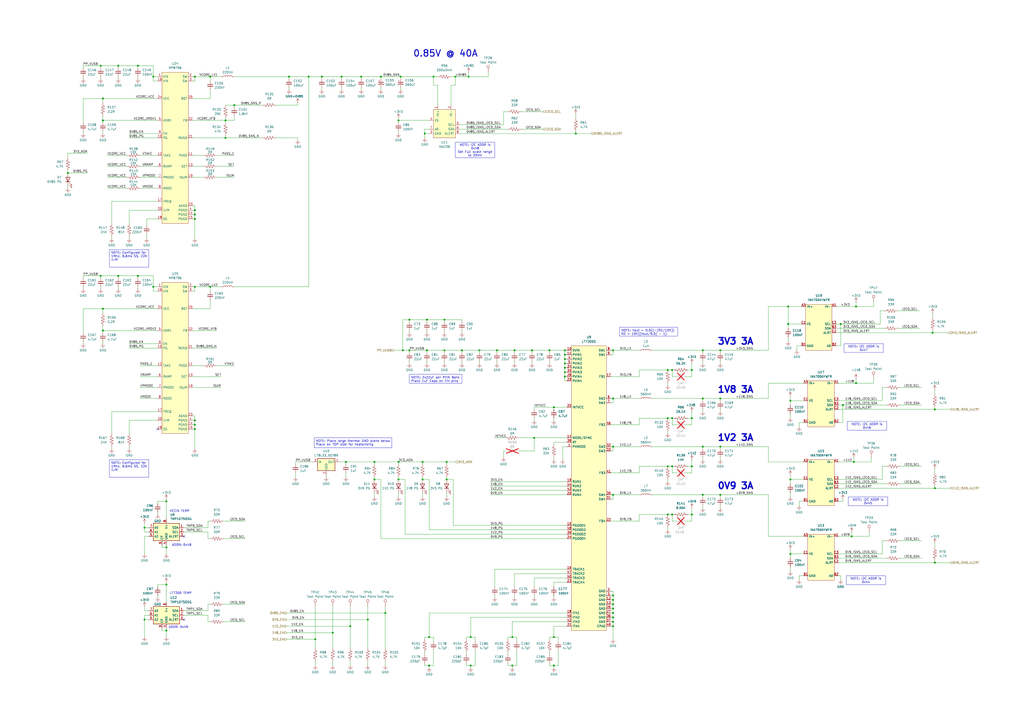
<source format=kicad_sch>
(kicad_sch (version 20231120) (generator "eeschema") (generator_version "8.0")
  (paper "A2")
  (title_block (title "Power2") (date "2024-07-13") (rev "1.0") (company "Drexel University") (comment 1 "Designed by Michael Haahr"))
  (junction (at 297.18 369.57))
  (junction (at 458.47 232.41))
  (junction (at 113.03 124.46))
  (junction (at 387.35 298.45))
  (junction (at 457.2 177.8))
  (junction (at 248.92 386.08))
  (junction (at 334.01 77.47))
  (junction (at 273.05 369.57))
  (junction (at 387.35 242.57))
  (junction (at 542.29 326.39))
  (junction (at 458.47 278.13))
  (junction (at 271.78 44.45))
  (junction (at 401.32 242.57))
  (junction (at 321.31 236.22))
  (junction (at 487.68 187.96))
  (junction (at 200.66 267.97))
  (junction (at 247.65 203.2))
  (junction (at 80.01 160.02))
  (junction (at 113.03 246.38))
  (junction (at 308.61 203.2))
  (junction (at 259.08 267.97))
  (junction (at 220.98 44.45))
  (junction (at 278.13 203.2))
  (junction (at 327.66 215.9))
  (junction (at 96.52 290.83))
  (junction (at 401.32 214.63))
  (junction (at 542.29 237.49))
  (junction (at 417.83 231.14))
  (junction (at 231.14 278.13))
  (junction (at 355.6 231.14))
  (junction (at 96.52 365.76))
  (junction (at 355.6 353.06))
  (junction (at 264.16 44.45))
  (junction (at 417.83 259.08))
  (junction (at 355.6 363.22))
  (junction (at 457.2 187.96))
  (junction (at 355.6 203.2))
  (junction (at 58.42 38.1))
  (junction (at 209.55 44.45))
  (junction (at 355.6 287.02))
  (junction (at 217.17 278.13))
  (junction (at 113.03 44.45))
  (junction (at 355.6 347.98))
  (junction (at 88.9 166.37))
  (junction (at 401.32 270.51))
  (junction (at 389.89 214.63))
  (junction (at 389.89 270.51))
  (junction (at 182.88 370.84))
  (junction (at 417.83 203.2))
  (junction (at 245.11 267.97))
  (junction (at 39.37 100.33))
  (junction (at 327.66 218.44))
  (junction (at 186.69 44.45))
  (junction (at 68.58 38.1))
  (junction (at 327.66 203.2))
  (junction (at 203.2 363.22))
  (junction (at 113.03 166.37))
  (junction (at 59.69 191.77))
  (junction (at 83.82 359.41))
  (junction (at 231.14 267.97))
  (junction (at 246.38 77.47))
  (junction (at 327.66 208.28))
  (junction (at 401.32 298.45))
  (junction (at 233.68 203.2))
  (junction (at 273.05 386.08))
  (junction (at 259.08 278.13))
  (junction (at 387.35 270.51))
  (junction (at 494.03 311.15))
  (junction (at 407.67 259.08))
  (junction (at 488.95 234.95))
  (junction (at 135.89 60.96))
  (junction (at 130.81 69.85))
  (junction (at 458.47 321.31))
  (junction (at 245.11 278.13))
  (junction (at 327.66 205.74))
  (junction (at 113.03 127))
  (junction (at 179.07 44.45))
  (junction (at 232.41 44.45))
  (junction (at 231.14 69.85))
  (junction (at 113.03 243.84))
  (junction (at 327.66 213.36))
  (junction (at 389.89 298.45))
  (junction (at 407.67 287.02))
  (junction (at 309.88 254))
  (junction (at 223.52 355.6))
  (junction (at 288.29 203.2))
  (junction (at 321.31 369.57))
  (junction (at 121.92 44.45))
  (junction (at 267.97 203.2))
  (junction (at 298.45 203.2))
  (junction (at 495.3 267.97))
  (junction (at 496.57 177.8))
  (junction (at 387.35 214.63))
  (junction (at 113.03 248.92))
  (junction (at 96.52 317.5))
  (junction (at 59.69 179.07))
  (junction (at 113.03 121.92))
  (junction (at 80.01 38.1))
  (junction (at 297.18 386.08))
  (junction (at 59.69 57.15))
  (junction (at 237.49 185.42))
  (junction (at 83.82 306.07))
  (junction (at 68.58 160.02))
  (junction (at 355.6 259.08))
  (junction (at 96.52 339.09))
  (junction (at 318.77 203.2))
  (junction (at 193.04 367.03))
  (junction (at 257.81 203.2))
  (junction (at 130.81 80.01))
  (junction (at 58.42 160.02))
  (junction (at 355.6 358.14))
  (junction (at 355.6 345.44))
  (junction (at 542.29 283.21))
  (junction (at 407.67 203.2))
  (junction (at 167.64 44.45))
  (junction (at 327.66 210.82))
  (junction (at 417.83 287.02))
  (junction (at 355.6 355.6))
  (junction (at 496.57 222.25))
  (junction (at 257.81 185.42))
  (junction (at 59.69 69.85))
  (junction (at 251.46 44.45))
  (junction (at 121.92 166.37))
  (junction (at 237.49 203.2))
  (junction (at 247.65 185.42))
  (junction (at 213.36 359.41))
  (junction (at 389.89 242.57))
  (junction (at 407.67 231.14))
  (junction (at 88.9 44.45))
  (junction (at 321.31 386.08))
  (junction (at 198.12 44.45))
  (junction (at 541.02 193.04))
  (junction (at 248.92 369.57))
  (junction (at 355.6 360.68))
  (junction (at 217.17 267.97))
  (junction (at 355.6 350.52))
  (no_connect (at 91.44 248.92))
  (no_connect (at 106.68 311.15))
  (no_connect (at 106.68 359.41))
  (wire (pts (xy 125.73 212.09) (xy 135.89 212.09)))
  (wire (pts (xy 80.01 39.37) (xy 80.01 38.1)))
  (wire (pts (xy 278.13 204.47) (xy 278.13 203.2)))
  (wire (pts (xy 251.46 377.19) (xy 251.46 386.08)))
  (wire (pts (xy 355.6 233.68) (xy 355.6 231.14)))
  (wire (pts (xy 417.83 259.08) (xy 445.77 259.08)))
  (wire (pts (xy 111.76 57.15) (xy 121.92 57.15)))
  (wire (pts (xy 486.41 234.95) (xy 488.95 234.95)))
  (wire (pts (xy 488.95 234.95) (xy 514.35 234.95)))
  (wire (pts (xy 298.45 345.44) (xy 298.45 346.71)))
  (wire (pts (xy 328.93 330.2) (xy 287.02 330.2)))
  (wire (pts (xy 59.69 67.31) (xy 59.69 69.85)))
  (wire (pts (xy 121.92 44.45) (xy 128.27 44.45)))
  (wire (pts (xy 334.01 77.47) (xy 342.9 77.47)))
  (wire (pts (xy 237.49 191.77) (xy 237.49 193.04)))
  (wire (pts (xy 113.03 241.3) (xy 113.03 243.84)))
  (wire (pts (xy 542.29 325.12) (xy 542.29 326.39)))
  (wire (pts (xy 135.89 69.85) (xy 130.81 69.85)))
  (wire (pts (xy 86.36 356.87) (xy 83.82 356.87)))
  (wire (pts (xy 355.6 345.44) (xy 354.33 345.44)))
  (wire (pts (xy 270.51 384.81) (xy 270.51 386.08)))
  (wire (pts (xy 486.41 278.13) (xy 511.81 278.13)))
  (wire (pts (xy 288.29 204.47) (xy 288.29 203.2)))
  (wire (pts (xy 172.72 59.69) (xy 172.72 60.96)))
  (wire (pts (xy 200.66 269.24) (xy 200.66 267.97)))
  (wire (pts (xy 398.78 242.57) (xy 401.32 242.57)))
  (wire (pts (xy 321.31 386.08) (xy 321.31 387.35)))
  (wire (pts (xy 387.35 306.07) (xy 387.35 307.34)))
  (wire (pts (xy 327.66 205.74) (xy 327.66 203.2)))
  (wire (pts (xy 407.67 209.55) (xy 407.67 210.82)))
  (wire (pts (xy 302.26 64.77) (xy 314.96 64.77)))
  (wire (pts (xy 248.92 355.6) (xy 248.92 369.57)))
  (wire (pts (xy 287.02 254) (xy 293.37 254)))
  (wire (pts (xy 223.52 351.79) (xy 223.52 355.6)))
  (wire (pts (xy 233.68 185.42) (xy 233.68 203.2)))
  (wire (pts (xy 378.46 287.02) (xy 407.67 287.02)))
  (wire (pts (xy 488.95 245.11) (xy 488.95 234.95)))
  (wire (pts (xy 257.81 191.77) (xy 257.81 193.04)))
  (wire (pts (xy 193.04 367.03) (xy 193.04 375.92)))
  (wire (pts (xy 328.93 332.74) (xy 298.45 332.74)))
  (wire (pts (xy 81.28 231.14) (xy 91.44 231.14)))
  (wire (pts (xy 457.2 177.8) (xy 457.2 187.96)))
  (wire (pts (xy 111.76 121.92) (xy 113.03 121.92)))
  (wire (pts (xy 91.44 238.76) (xy 64.77 238.76)))
  (wire (pts (xy 487.68 334.01) (xy 487.68 336.55)))
  (wire (pts (xy 231.14 285.75) (xy 231.14 288.29)))
  (wire (pts (xy 398.78 270.51) (xy 401.32 270.51)))
  (wire (pts (xy 59.69 179.07) (xy 91.44 179.07)))
  (wire (pts (xy 309.88 335.28) (xy 309.88 340.36)))
  (wire (pts (xy 121.92 52.07) (xy 121.92 57.15)))
  (wire (pts (xy 270.51 378.46) (xy 270.51 379.73)))
  (wire (pts (xy 321.31 337.82) (xy 321.31 340.36)))
  (wire (pts (xy 120.65 312.42) (xy 121.92 312.42)))
  (wire (pts (xy 355.6 360.68) (xy 355.6 363.22)))
  (wire (pts (xy 328.93 337.82) (xy 321.31 337.82)))
  (wire (pts (xy 370.84 218.44) (xy 354.33 218.44)))
  (wire (pts (xy 463.55 245.11) (xy 463.55 247.65)))
  (wire (pts (xy 96.52 316.23) (xy 96.52 317.5)))
  (wire (pts (xy 91.44 345.44) (xy 91.44 346.71)))
  (wire (pts (xy 81.28 212.09) (xy 91.44 212.09)))
  (wire (pts (xy 327.66 215.9) (xy 328.93 215.9)))
  (wire (pts (xy 355.6 350.52) (xy 355.6 353.06)))
  (wire (pts (xy 541.02 193.04) (xy 549.91 193.04)))
  (wire (pts (xy 88.9 168.91) (xy 88.9 166.37)))
  (wire (pts (xy 355.6 363.22) (xy 354.33 363.22)))
  (wire (pts (xy 113.03 46.99) (xy 113.03 44.45)))
  (wire (pts (xy 111.76 80.01) (xy 130.81 80.01)))
  (wire (pts (xy 354.33 289.56) (xy 355.6 289.56)))
  (wire (pts (xy 247.65 209.55) (xy 247.65 210.82)))
  (wire (pts (xy 266.7 72.39) (xy 292.1 72.39)))
  (wire (pts (xy 182.88 383.54) (xy 182.88 386.08)))
  (wire (pts (xy 397.51 274.32) (xy 401.32 274.32)))
  (wire (pts (xy 389.89 298.45) (xy 387.35 298.45)))
  (wire (pts (xy 542.29 237.49) (xy 551.18 237.49)))
  (wire (pts (xy 48.26 179.07) (xy 48.26 193.04)))
  (wire (pts (xy 217.17 267.97) (xy 217.17 269.24)))
  (wire (pts (xy 354.33 205.74) (xy 355.6 205.74)))
  (wire (pts (xy 257.81 203.2) (xy 267.97 203.2)))
  (wire (pts (xy 59.69 198.12) (xy 59.69 199.39)))
  (wire (pts (xy 327.66 205.74) (xy 328.93 205.74)))
  (wire (pts (xy 172.72 80.01) (xy 172.72 81.28)))
  (wire (pts (xy 245.11 276.86) (xy 245.11 278.13)))
  (wire (pts (xy 80.01 38.1) (xy 88.9 38.1)))
  (wire (pts (xy 81.28 90.17) (xy 91.44 90.17)))
  (wire (pts (xy 542.29 281.94) (xy 542.29 283.21)))
  (wire (pts (xy 513.08 180.34) (xy 510.54 180.34)))
  (wire (pts (xy 387.35 222.25) (xy 387.35 223.52)))
  (wire (pts (xy 278.13 203.2) (xy 288.29 203.2)))
  (wire (pts (xy 321.31 242.57) (xy 321.31 243.84)))
  (wire (pts (xy 64.77 137.16) (xy 64.77 138.43)))
  (wire (pts (xy 389.89 302.26) (xy 389.89 298.45)))
  (wire (pts (xy 189.23 275.59) (xy 189.23 276.86)))
  (wire (pts (xy 171.45 274.32) (xy 171.45 276.86)))
  (wire (pts (xy 327.66 210.82) (xy 328.93 210.82)))
  (wire (pts (xy 59.69 69.85) (xy 91.44 69.85)))
  (wire (pts (xy 135.89 67.31) (xy 135.89 69.85)))
  (wire (pts (xy 511.81 270.51) (xy 511.81 278.13)))
  (wire (pts (xy 355.6 289.56) (xy 355.6 287.02)))
  (wire (pts (xy 387.35 278.13) (xy 387.35 279.4)))
  (wire (pts (xy 130.81 69.85) (xy 130.81 71.12)))
  (wire (pts (xy 111.76 168.91) (xy 113.03 168.91)))
  (wire (pts (xy 458.47 328.93) (xy 458.47 331.47)))
  (wire (pts (xy 83.82 359.41) (xy 83.82 369.57)))
  (wire (pts (xy 271.78 44.45) (xy 283.21 44.45)))
  (wire (pts (xy 487.68 187.96) (xy 510.54 187.96)))
  (wire (pts (xy 59.69 57.15) (xy 91.44 57.15)))
  (wire (pts (xy 486.41 245.11) (xy 488.95 245.11)))
  (wire (pts (xy 327.66 218.44) (xy 327.66 215.9)))
  (wire (pts (xy 257.81 185.42) (xy 257.81 186.69)))
  (wire (pts (xy 457.2 177.8) (xy 464.82 177.8)))
  (wire (pts (xy 166.37 359.41) (xy 213.36 359.41)))
  (wire (pts (xy 48.26 198.12) (xy 48.26 199.39)))
  (wire (pts (xy 213.36 383.54) (xy 213.36 386.08)))
  (wire (pts (xy 83.82 359.41) (xy 86.36 359.41)))
  (wire (pts (xy 318.77 203.2) (xy 327.66 203.2)))
  (wire (pts (xy 309.88 237.49) (xy 309.88 236.22)))
  (wire (pts (xy 485.14 200.66) (xy 487.68 200.66)))
  (wire (pts (xy 200.66 267.97) (xy 217.17 267.97)))
  (wire (pts (xy 354.33 259.08) (xy 355.6 259.08)))
  (wire (pts (xy 506.73 219.71) (xy 506.73 222.25)))
  (wire (pts (xy 223.52 355.6) (xy 223.52 375.92)))
  (wire (pts (xy 88.9 44.45) (xy 91.44 44.45)))
  (wire (pts (xy 485.14 193.04) (xy 541.02 193.04)))
  (wire (pts (xy 458.47 278.13) (xy 458.47 280.67)))
  (wire (pts (xy 198.12 50.8) (xy 198.12 52.07)))
  (wire (pts (xy 237.49 185.42) (xy 237.49 186.69)))
  (wire (pts (xy 121.92 46.99) (xy 121.92 44.45)))
  (wire (pts (xy 397.51 218.44) (xy 401.32 218.44)))
  (wire (pts (xy 355.6 355.6) (xy 354.33 355.6)))
  (wire (pts (xy 259.08 285.75) (xy 259.08 288.29)))
  (wire (pts (xy 91.44 127) (xy 85.09 127)))
  (wire (pts (xy 309.88 242.57) (xy 309.88 243.84)))
  (wire (pts (xy 48.26 39.37) (xy 48.26 38.1)))
  (wire (pts (xy 267.97 185.42) (xy 267.97 186.69)))
  (wire (pts (xy 83.82 303.53) (xy 83.82 306.07)))
  (wire (pts (xy 39.37 100.33) (xy 50.8 100.33)))
  (wire (pts (xy 91.44 168.91) (xy 88.9 168.91)))
  (wire (pts (xy 355.6 203.2) (xy 370.84 203.2)))
  (wire (pts (xy 355.6 345.44) (xy 355.6 347.98)))
  (wire (pts (xy 106.68 356.87) (xy 120.65 356.87)))
  (wire (pts (xy 81.28 109.22) (xy 91.44 109.22)))
  (wire (pts (xy 167.64 50.8) (xy 167.64 52.07)))
  (wire (pts (xy 292.1 261.62) (xy 292.1 265.43)))
  (wire (pts (xy 247.65 203.2) (xy 257.81 203.2)))
  (wire (pts (xy 237.49 204.47) (xy 237.49 203.2)))
  (wire (pts (xy 91.44 297.18) (xy 91.44 298.45)))
  (wire (pts (xy 378.46 231.14) (xy 407.67 231.14)))
  (wire (pts (xy 74.93 137.16) (xy 74.93 138.43)))
  (wire (pts (xy 203.2 351.79) (xy 203.2 363.22)))
  (wire (pts (xy 542.29 283.21) (xy 551.18 283.21)))
  (wire (pts (xy 458.47 275.59) (xy 458.47 278.13)))
  (wire (pts (xy 355.6 287.02) (xy 370.84 287.02)))
  (wire (pts (xy 130.81 80.01) (xy 152.4 80.01)))
  (wire (pts (xy 245.11 278.13) (xy 248.92 278.13)))
  (wire (pts (xy 93.98 364.49) (xy 93.98 365.76)))
  (wire (pts (xy 48.26 57.15) (xy 48.26 71.12)))
  (wire (pts (xy 321.31 369.57) (xy 323.85 369.57)))
  (wire (pts (xy 113.03 44.45) (xy 121.92 44.45)))
  (wire (pts (xy 466.09 245.11) (xy 463.55 245.11)))
  (wire (pts (xy 496.57 177.8) (xy 496.57 175.26)))
  (wire (pts (xy 486.41 267.97) (xy 495.3 267.97)))
  (wire (pts (xy 299.72 377.19) (xy 299.72 386.08)))
  (wire (pts (xy 328.93 259.08) (xy 326.39 259.08)))
  (wire (pts (xy 457.2 195.58) (xy 457.2 198.12)))
  (wire (pts (xy 354.33 287.02) (xy 355.6 287.02)))
  (wire (pts (xy 458.47 232.41) (xy 458.47 234.95)))
  (wire (pts (xy 68.58 160.02) (xy 80.01 160.02)))
  (wire (pts (xy 196.85 267.97) (xy 200.66 267.97)))
  (wire (pts (xy 64.77 116.84) (xy 64.77 129.54)))
  (wire (pts (xy 231.14 71.12) (xy 231.14 69.85)))
  (wire (pts (xy 91.44 292.1) (xy 91.44 290.83)))
  (wire (pts (xy 401.32 266.7) (xy 401.32 270.51)))
  (wire (pts (xy 318.77 204.47) (xy 318.77 203.2)))
  (wire (pts (xy 275.59 377.19) (xy 275.59 386.08)))
  (wire (pts (xy 318.77 369.57) (xy 321.31 369.57)))
  (wire (pts (xy 83.82 356.87) (xy 83.82 359.41)))
  (wire (pts (xy 209.55 50.8) (xy 209.55 52.07)))
  (wire (pts (xy 237.49 185.42) (xy 247.65 185.42)))
  (wire (pts (xy 267.97 191.77) (xy 267.97 193.04)))
  (wire (pts (xy 85.09 127) (xy 85.09 130.81)))
  (wire (pts (xy 111.76 248.92) (xy 113.03 248.92)))
  (wire (pts (xy 298.45 332.74) (xy 298.45 340.36)))
  (wire (pts (xy 273.05 369.57) (xy 275.59 369.57)))
  (wire (pts (xy 231.14 276.86) (xy 231.14 278.13)))
  (wire (pts (xy 407.67 231.14) (xy 417.83 231.14)))
  (wire (pts (xy 232.41 44.45) (xy 251.46 44.45)))
  (wire (pts (xy 220.98 44.45) (xy 220.98 45.72)))
  (wire (pts (xy 91.44 339.09) (xy 96.52 339.09)))
  (wire (pts (xy 486.41 311.15) (xy 494.03 311.15)))
  (wire (pts (xy 514.35 224.79) (xy 511.81 224.79)))
  (wire (pts (xy 120.65 360.68) (xy 121.92 360.68)))
  (wire (pts (xy 407.67 293.37) (xy 407.67 294.64)))
  (wire (pts (xy 166.37 370.84) (xy 182.88 370.84)))
  (wire (pts (xy 120.65 356.87) (xy 120.65 360.68)))
  (wire (pts (xy 294.64 378.46) (xy 294.64 379.73)))
  (wire (pts (xy 209.55 44.45) (xy 209.55 45.72)))
  (wire (pts (xy 392.43 274.32) (xy 389.89 274.32)))
  (wire (pts (xy 62.23 102.87) (xy 73.66 102.87)))
  (wire (pts (xy 355.6 261.62) (xy 355.6 259.08)))
  (wire (pts (xy 463.55 290.83) (xy 463.55 293.37)))
  (wire (pts (xy 266.7 77.47) (xy 334.01 77.47)))
  (wire (pts (xy 261.62 49.53) (xy 264.16 49.53)))
  (wire (pts (xy 113.03 119.38) (xy 113.03 121.92)))
  (wire (pts (xy 217.17 267.97) (xy 231.14 267.97)))
  (wire (pts (xy 231.14 267.97) (xy 231.14 269.24)))
  (wire (pts (xy 355.6 259.08) (xy 370.84 259.08)))
  (wire (pts (xy 355.6 231.14) (xy 370.84 231.14)))
  (wire (pts (xy 397.51 246.38) (xy 401.32 246.38)))
  (wire (pts (xy 284.48 284.48) (xy 328.93 284.48)))
  (wire (pts (xy 267.97 203.2) (xy 278.13 203.2)))
  (wire (pts (xy 387.35 270.51) (xy 389.89 270.51)))
  (wire (pts (xy 506.73 175.26) (xy 506.73 177.8)))
  (wire (pts (xy 355.6 363.22) (xy 355.6 370.84)))
  (wire (pts (xy 120.65 308.61) (xy 120.65 312.42)))
  (wire (pts (xy 495.3 267.97) (xy 505.46 267.97)))
  (wire (pts (xy 130.81 60.96) (xy 135.89 60.96)))
  (wire (pts (xy 355.6 347.98) (xy 354.33 347.98)))
  (wire (pts (xy 59.69 59.69) (xy 59.69 57.15)))
  (wire (pts (xy 251.46 386.08) (xy 248.92 386.08)))
  (wire (pts (xy 486.41 323.85) (xy 514.35 323.85)))
  (wire (pts (xy 387.35 250.19) (xy 387.35 251.46)))
  (wire (pts (xy 328.93 360.68) (xy 297.18 360.68)))
  (wire (pts (xy 541.02 191.77) (xy 541.02 193.04)))
  (wire (pts (xy 387.35 242.57) (xy 370.84 242.57)))
  (wire (pts (xy 267.97 209.55) (xy 267.97 210.82)))
  (wire (pts (xy 297.18 360.68) (xy 297.18 369.57)))
  (wire (pts (xy 309.88 236.22) (xy 321.31 236.22)))
  (wire (pts (xy 298.45 203.2) (xy 308.61 203.2)))
  (wire (pts (xy 355.6 353.06) (xy 354.33 353.06)))
  (wire (pts (xy 511.81 313.69) (xy 511.81 321.31)))
  (wire (pts (xy 125.73 90.17) (xy 135.89 90.17)))
  (wire (pts (xy 237.49 185.42) (xy 233.68 185.42)))
  (wire (pts (xy 485.14 177.8) (xy 496.57 177.8)))
  (wire (pts (xy 308.61 204.47) (xy 308.61 203.2)))
  (wire (pts (xy 135.89 166.37) (xy 179.07 166.37)))
  (wire (pts (xy 328.93 358.14) (xy 273.05 358.14)))
  (wire (pts (xy 505.46 265.43) (xy 505.46 267.97)))
  (wire (pts (xy 257.81 204.47) (xy 257.81 203.2)))
  (wire (pts (xy 462.28 200.66) (xy 462.28 203.2)))
  (wire (pts (xy 182.88 351.79) (xy 182.88 370.84)))
  (wire (pts (xy 248.92 74.93) (xy 246.38 74.93)))
  (wire (pts (xy 59.69 76.2) (xy 59.69 77.47)))
  (wire (pts (xy 458.47 229.87) (xy 458.47 232.41)))
  (wire (pts (xy 248.92 386.08) (xy 248.92 387.35)))
  (wire (pts (xy 186.69 44.45) (xy 198.12 44.45)))
  (wire (pts (xy 297.18 386.08) (xy 297.18 387.35)))
  (wire (pts (xy 445.77 222.25) (xy 445.77 231.14)))
  (wire (pts (xy 327.66 208.28) (xy 327.66 205.74)))
  (wire (pts (xy 220.98 50.8) (xy 220.98 52.07)))
  (wire (pts (xy 68.58 160.02) (xy 58.42 160.02)))
  (wire (pts (xy 96.52 337.82) (xy 96.52 339.09)))
  (wire (pts (xy 59.69 181.61) (xy 59.69 179.07)))
  (wire (pts (xy 179.07 44.45) (xy 186.69 44.45)))
  (wire (pts (xy 298.45 209.55) (xy 298.45 210.82)))
  (wire (pts (xy 81.28 218.44) (xy 91.44 218.44)))
  (wire (pts (xy 64.77 259.08) (xy 64.77 260.35)))
  (wire (pts (xy 273.05 386.08) (xy 273.05 387.35)))
  (wire (pts (xy 111.76 69.85) (xy 130.81 69.85)))
  (wire (pts (xy 417.83 293.37) (xy 417.83 294.64)))
  (wire (pts (xy 68.58 161.29) (xy 68.58 160.02)))
  (wire (pts (xy 74.93 77.47) (xy 91.44 77.47)))
  (wire (pts (xy 88.9 46.99) (xy 88.9 44.45)))
  (wire (pts (xy 466.09 290.83) (xy 463.55 290.83)))
  (wire (pts (xy 487.68 200.66) (xy 487.68 187.96)))
  (wire (pts (xy 264.16 44.45) (xy 271.78 44.45)))
  (wire (pts (xy 91.44 116.84) (xy 64.77 116.84)))
  (wire (pts (xy 293.37 261.62) (xy 292.1 261.62)))
  (wire (pts (xy 355.6 342.9) (xy 355.6 345.44)))
  (wire (pts (xy 91.44 121.92) (xy 74.93 121.92)))
  (wire (pts (xy 111.76 96.52) (xy 118.11 96.52)))
  (wire (pts (xy 407.67 287.02) (xy 407.67 288.29)))
  (wire (pts (xy 209.55 44.45) (xy 220.98 44.45)))
  (wire (pts (xy 111.76 243.84) (xy 113.03 243.84)))
  (wire (pts (xy 245.11 285.75) (xy 245.11 288.29)))
  (wire (pts (xy 417.83 203.2) (xy 417.83 204.47)))
  (wire (pts (xy 270.51 369.57) (xy 273.05 369.57)))
  (wire (pts (xy 166.37 367.03) (xy 193.04 367.03)))
  (wire (pts (xy 445.77 287.02) (xy 445.77 311.15)))
  (wire (pts (xy 401.32 238.76) (xy 401.32 242.57)))
  (wire (pts (xy 407.67 259.08) (xy 407.67 260.35)))
  (wire (pts (xy 318.77 370.84) (xy 318.77 369.57)))
  (wire (pts (xy 203.2 383.54) (xy 203.2 386.08)))
  (wire (pts (xy 167.64 44.45) (xy 179.07 44.45)))
  (wire (pts (xy 275.59 386.08) (xy 273.05 386.08)))
  (wire (pts (xy 213.36 359.41) (xy 213.36 375.92)))
  (wire (pts (xy 370.84 270.51) (xy 370.84 274.32)))
  (wire (pts (xy 417.83 203.2) (xy 445.77 203.2)))
  (wire (pts (xy 247.65 185.42) (xy 257.81 185.42)))
  (wire (pts (xy 321.31 363.22) (xy 321.31 369.57)))
  (wire (pts (xy 308.61 209.55) (xy 308.61 210.82)))
  (wire (pts (xy 120.65 306.07) (xy 120.65 302.26)))
  (wire (pts (xy 257.81 209.55) (xy 257.81 210.82)))
  (wire (pts (xy 328.93 335.28) (xy 309.88 335.28)))
  (wire (pts (xy 135.89 44.45) (xy 167.64 44.45)))
  (wire (pts (xy 203.2 363.22) (xy 203.2 375.92)))
  (wire (pts (xy 231.14 278.13) (xy 234.95 278.13)))
  (wire (pts (xy 309.88 254) (xy 309.88 261.62)))
  (wire (pts (xy 111.76 46.99) (xy 113.03 46.99)))
  (wire (pts (xy 327.66 210.82) (xy 327.66 208.28)))
  (wire (pts (xy 397.51 302.26) (xy 401.32 302.26)))
  (wire (pts (xy 321.31 265.43) (xy 321.31 266.7)))
  (wire (pts (xy 485.14 190.5) (xy 513.08 190.5)))
  (wire (pts (xy 389.89 274.32) (xy 389.89 270.51)))
  (wire (pts (xy 328.93 363.22) (xy 321.31 363.22)))
  (wire (pts (xy 231.14 68.58) (xy 231.14 69.85)))
  (wire (pts (xy 88.9 38.1) (xy 88.9 44.45)))
  (wire (pts (xy 355.6 205.74) (xy 355.6 203.2)))
  (wire (pts (xy 417.83 231.14) (xy 417.83 232.41)))
  (wire (pts (xy 445.77 222.25) (xy 466.09 222.25)))
  (wire (pts (xy 96.52 339.09) (xy 96.52 349.25)))
  (wire (pts (xy 120.65 354.33) (xy 120.65 350.52)))
  (wire (pts (xy 74.93 121.92) (xy 74.93 129.54)))
  (wire (pts (xy 458.47 240.03) (xy 458.47 242.57)))
  (wire (pts (xy 96.52 365.76) (xy 96.52 369.57)))
  (wire (pts (xy 392.43 246.38) (xy 389.89 246.38)))
  (wire (pts (xy 248.92 369.57) (xy 251.46 369.57)))
  (wire (pts (xy 254 49.53) (xy 251.46 49.53)))
  (wire (pts (xy 248.92 77.47) (xy 246.38 77.47)))
  (wire (pts (xy 355.6 355.6) (xy 355.6 358.14)))
  (wire (pts (xy 48.26 44.45) (xy 48.26 45.72)))
  (wire (pts (xy 494.03 311.15) (xy 494.03 308.61)))
  (wire (pts (xy 91.44 243.84) (xy 74.93 243.84)))
  (wire (pts (xy 294.64 369.57) (xy 297.18 369.57)))
  (wire (pts (xy 327.66 215.9) (xy 327.66 213.36)))
  (wire (pts (xy 264.16 44.45) (xy 264.16 49.53)))
  (wire (pts (xy 59.69 71.12) (xy 59.69 69.85)))
  (wire (pts (xy 542.29 226.06) (xy 542.29 228.6)))
  (wire (pts (xy 273.05 358.14) (xy 273.05 369.57)))
  (wire (pts (xy 542.29 326.39) (xy 551.18 326.39)))
  (wire (pts (xy 318.77 378.46) (xy 318.77 379.73)))
  (wire (pts (xy 248.92 386.08) (xy 246.38 386.08)))
  (wire (pts (xy 389.89 298.45) (xy 391.16 298.45)))
  (wire (pts (xy 81.28 102.87) (xy 91.44 102.87)))
  (wire (pts (xy 387.35 270.51) (xy 370.84 270.51)))
  (wire (pts (xy 246.38 384.81) (xy 246.38 386.08)))
  (wire (pts (xy 160.02 80.01) (xy 172.72 80.01)))
  (wire (pts (xy 58.42 38.1) (xy 48.26 38.1)))
  (wire (pts (xy 417.83 231.14) (xy 445.77 231.14)))
  (wire (pts (xy 355.6 347.98) (xy 355.6 350.52)))
  (wire (pts (xy 220.98 278.13) (xy 220.98 312.42)))
  (wire (pts (xy 288.29 203.2) (xy 298.45 203.2)))
  (wire (pts (xy 59.69 193.04) (xy 59.69 191.77)))
  (wire (pts (xy 445.77 177.8) (xy 457.2 177.8)))
  (wire (pts (xy 111.76 212.09) (xy 118.11 212.09)))
  (wire (pts (xy 198.12 44.45) (xy 198.12 45.72)))
  (wire (pts (xy 113.03 166.37) (xy 121.92 166.37)))
  (wire (pts (xy 398.78 214.63) (xy 401.32 214.63)))
  (wire (pts (xy 86.36 308.61) (xy 83.82 308.61)))
  (wire (pts (xy 86.36 306.07) (xy 83.82 306.07)))
  (wire (pts (xy 321.31 345.44) (xy 321.31 346.71)))
  (wire (pts (xy 113.03 121.92) (xy 113.03 124.46)))
  (wire (pts (xy 457.2 187.96) (xy 464.82 187.96)))
  (wire (pts (xy 445.77 311.15) (xy 466.09 311.15)))
  (wire (pts (xy 167.64 44.45) (xy 167.64 45.72)))
  (wire (pts (xy 246.38 369.57) (xy 248.92 369.57)))
  (wire (pts (xy 179.07 166.37) (xy 179.07 44.45)))
  (wire (pts (xy 171.45 269.24) (xy 171.45 267.97)))
  (wire (pts (xy 294.64 370.84) (xy 294.64 369.57)))
  (wire (pts (xy 318.77 209.55) (xy 318.77 210.82)))
  (wire (pts (xy 48.26 76.2) (xy 48.26 77.47)))
  (wire (pts (xy 486.41 237.49) (xy 542.29 237.49)))
  (wire (pts (xy 259.08 276.86) (xy 259.08 278.13)))
  (wire (pts (xy 129.54 360.68) (xy 142.24 360.68)))
  (wire (pts (xy 299.72 369.57) (xy 299.72 372.11)))
  (wire (pts (xy 407.67 203.2) (xy 417.83 203.2)))
  (wire (pts (xy 231.14 76.2) (xy 231.14 77.47)))
  (wire (pts (xy 506.73 222.25) (xy 496.57 222.25)))
  (wire (pts (xy 458.47 285.75) (xy 458.47 288.29)))
  (wire (pts (xy 323.85 369.57) (xy 323.85 372.11)))
  (wire (pts (xy 486.41 283.21) (xy 542.29 283.21)))
  (wire (pts (xy 62.23 90.17) (xy 73.66 90.17)))
  (wire (pts (xy 193.04 383.54) (xy 193.04 386.08)))
  (wire (pts (xy 370.84 298.45) (xy 370.84 302.26)))
  (wire (pts (xy 308.61 203.2) (xy 318.77 203.2)))
  (wire (pts (xy 309.88 345.44) (xy 309.88 346.71)))
  (wire (pts (xy 486.41 280.67) (xy 514.35 280.67)))
  (wire (pts (xy 160.02 60.96) (xy 172.72 60.96)))
  (wire (pts (xy 111.76 119.38) (xy 113.03 119.38)))
  (wire (pts (xy 186.69 44.45) (xy 186.69 45.72)))
  (wire (pts (xy 466.09 334.01) (xy 463.55 334.01)))
  (wire (pts (xy 328.93 220.98) (xy 327.66 220.98)))
  (wire (pts (xy 93.98 317.5) (xy 96.52 317.5)))
  (wire (pts (xy 327.66 208.28) (xy 328.93 208.28)))
  (wire (pts (xy 247.65 191.77) (xy 247.65 193.04)))
  (wire (pts (xy 485.14 187.96) (xy 487.68 187.96)))
  (wire (pts (xy 458.47 232.41) (xy 466.09 232.41)))
  (wire (pts (xy 407.67 231.14) (xy 407.67 232.41)))
  (wire (pts (xy 417.83 287.02) (xy 417.83 288.29)))
  (wire (pts (xy 464.82 200.66) (xy 462.28 200.66)))
  (wire (pts (xy 129.54 350.52) (xy 142.24 350.52)))
  (wire (pts (xy 220.98 44.45) (xy 232.41 44.45)))
  (wire (pts (xy 120.65 302.26) (xy 121.92 302.26)))
  (wire (pts (xy 334.01 66.04) (xy 334.01 68.58)))
  (wire (pts (xy 334.01 76.2) (xy 334.01 77.47)))
  (wire (pts (xy 186.69 50.8) (xy 186.69 52.07)))
  (wire (pts (xy 401.32 246.38) (xy 401.32 242.57)))
  (wire (pts (xy 521.97 224.79) (xy 534.67 224.79)))
  (wire (pts (xy 83.82 351.79) (xy 83.82 354.33)))
  (wire (pts (xy 387.35 214.63) (xy 370.84 214.63)))
  (wire (pts (xy 407.67 237.49) (xy 407.67 238.76)))
  (wire (pts (xy 354.33 261.62) (xy 355.6 261.62)))
  (wire (pts (xy 247.65 185.42) (xy 247.65 186.69)))
  (wire (pts (xy 259.08 267.97) (xy 264.16 267.97)))
  (wire (pts (xy 299.72 386.08) (xy 297.18 386.08)))
  (wire (pts (xy 417.83 259.08) (xy 417.83 260.35)))
  (wire (pts (xy 166.37 355.6) (xy 223.52 355.6)))
  (wire (pts (xy 300.99 254) (xy 309.88 254)))
  (wire (pts (xy 39.37 107.95) (xy 39.37 109.22)))
  (wire (pts (xy 223.52 383.54) (xy 223.52 386.08)))
  (wire (pts (xy 457.2 187.96) (xy 457.2 190.5)))
  (wire (pts (xy 213.36 351.79) (xy 213.36 359.41)))
  (wire (pts (xy 113.03 124.46) (xy 113.03 127)))
  (wire (pts (xy 262.89 304.8) (xy 328.93 304.8)))
  (wire (pts (xy 245.11 267.97) (xy 245.11 269.24)))
  (wire (pts (xy 458.47 321.31) (xy 458.47 323.85)))
  (wire (pts (xy 234.95 309.88) (xy 328.93 309.88)))
  (wire (pts (xy 370.84 274.32) (xy 354.33 274.32)))
  (wire (pts (xy 91.44 340.36) (xy 91.44 339.09)))
  (wire (pts (xy 407.67 203.2) (xy 407.67 204.47)))
  (wire (pts (xy 125.73 102.87) (xy 135.89 102.87)))
  (wire (pts (xy 486.41 232.41) (xy 511.81 232.41)))
  (wire (pts (xy 327.66 220.98) (xy 327.66 218.44)))
  (wire (pts (xy 321.31 237.49) (xy 321.31 236.22)))
  (wire (pts (xy 297.18 386.08) (xy 294.64 386.08)))
  (wire (pts (xy 486.41 290.83) (xy 488.95 290.83)))
  (wire (pts (xy 389.89 270.51) (xy 391.16 270.51)))
  (wire (pts (xy 328.93 254) (xy 309.88 254)))
  (wire (pts (xy 392.43 218.44) (xy 389.89 218.44)))
  (wire (pts (xy 261.62 44.45) (xy 264.16 44.45)))
  (wire (pts (xy 232.41 44.45) (xy 232.41 45.72)))
  (wire (pts (xy 231.14 267.97) (xy 245.11 267.97)))
  (wire (pts (xy 111.76 201.93) (xy 125.73 201.93)))
  (wire (pts (xy 120.65 350.52) (xy 121.92 350.52)))
  (wire (pts (xy 323.85 386.08) (xy 321.31 386.08)))
  (wire (pts (xy 171.45 267.97) (xy 181.61 267.97)))
  (wire (pts (xy 486.41 321.31) (xy 511.81 321.31)))
  (wire (pts (xy 520.7 180.34) (xy 533.4 180.34)))
  (wire (pts (xy 198.12 44.45) (xy 209.55 44.45)))
  (wire (pts (xy 85.09 135.89) (xy 85.09 138.43)))
  (wire (pts (xy 232.41 50.8) (xy 232.41 52.07)))
  (wire (pts (xy 273.05 386.08) (xy 270.51 386.08)))
  (wire (pts (xy 370.84 242.57) (xy 370.84 246.38)))
  (wire (pts (xy 86.36 354.33) (xy 83.82 354.33)))
  (wire (pts (xy 129.54 312.42) (xy 142.24 312.42)))
  (wire (pts (xy 111.76 179.07) (xy 121.92 179.07)))
  (wire (pts (xy 62.23 96.52) (xy 73.66 96.52)))
  (wire (pts (xy 488.95 289.56) (xy 488.95 290.83)))
  (wire (pts (xy 251.46 369.57) (xy 251.46 372.11)))
  (wire (pts (xy 39.37 88.9) (xy 50.8 88.9)))
  (wire (pts (xy 514.35 270.51) (xy 511.81 270.51)))
  (wire (pts (xy 220.98 312.42) (xy 328.93 312.42)))
  (wire (pts (xy 510.54 180.34) (xy 510.54 187.96)))
  (wire (pts (xy 504.19 308.61) (xy 504.19 311.15)))
  (wire (pts (xy 521.97 323.85) (xy 534.67 323.85)))
  (wire (pts (xy 111.76 127) (xy 113.03 127)))
  (wire (pts (xy 407.67 259.08) (xy 417.83 259.08)))
  (wire (pts (xy 111.76 44.45) (xy 113.03 44.45)))
  (wire (pts (xy 93.98 316.23) (xy 93.98 317.5)))
  (wire (pts (xy 486.41 222.25) (xy 496.57 222.25)))
  (wire (pts (xy 496.57 177.8) (xy 506.73 177.8)))
  (wire (pts (xy 74.93 80.01) (xy 91.44 80.01)))
  (wire (pts (xy 287.02 330.2) (xy 287.02 340.36)))
  (wire (pts (xy 248.92 307.34) (xy 328.93 307.34)))
  (wire (pts (xy 389.89 214.63) (xy 391.16 214.63)))
  (wire (pts (xy 200.66 274.32) (xy 200.66 276.86)))
  (wire (pts (xy 217.17 278.13) (xy 220.98 278.13)))
  (wire (pts (xy 111.76 124.46) (xy 113.03 124.46)))
  (wire (pts (xy 271.78 44.45) (xy 271.78 41.91)))
  (wire (pts (xy 217.17 276.86) (xy 217.17 278.13)))
  (wire (pts (xy 401.32 210.82) (xy 401.32 214.63)))
  (wire (pts (xy 251.46 44.45) (xy 254 44.45)))
  (wire (pts (xy 96.52 317.5) (xy 96.52 321.31)))
  (wire (pts (xy 392.43 302.26) (xy 389.89 302.26)))
  (wire (pts (xy 387.35 298.45) (xy 370.84 298.45)))
  (wire (pts (xy 284.48 279.4) (xy 328.93 279.4)))
  (wire (pts (xy 458.47 321.31) (xy 466.09 321.31)))
  (wire (pts (xy 262.89 278.13) (xy 262.89 304.8)))
  (wire (pts (xy 389.89 246.38) (xy 389.89 242.57)))
  (wire (pts (xy 370.84 246.38) (xy 354.33 246.38)))
  (wire (pts (xy 111.76 246.38) (xy 113.03 246.38)))
  (wire (pts (xy 387.35 214.63) (xy 389.89 214.63)))
  (wire (pts (xy 542.29 271.78) (xy 542.29 274.32)))
  (wire (pts (xy 130.81 78.74) (xy 130.81 80.01)))
  (wire (pts (xy 445.77 267.97) (xy 466.09 267.97)))
  (wire (pts (xy 254 60.96) (xy 254 49.53)))
  (wire (pts (xy 292.1 64.77) (xy 292.1 72.39)))
  (wire (pts (xy 326.39 259.08) (xy 326.39 266.7)))
  (wire (pts (xy 327.66 218.44) (xy 328.93 218.44)))
  (wire (pts (xy 111.76 102.87) (xy 118.11 102.87)))
  (wire (pts (xy 113.03 248.92) (xy 113.03 260.35)))
  (wire (pts (xy 354.33 203.2) (xy 355.6 203.2)))
  (wire (pts (xy 401.32 270.51) (xy 401.32 274.32)))
  (wire (pts (xy 401.32 302.26) (xy 401.32 298.45)))
  (wire (pts (xy 378.46 203.2) (xy 407.67 203.2)))
  (wire (pts (xy 355.6 350.52) (xy 354.33 350.52)))
  (wire (pts (xy 541.02 181.61) (xy 541.02 184.15)))
  (wire (pts (xy 417.83 237.49) (xy 417.83 238.76)))
  (wire (pts (xy 318.77 384.81) (xy 318.77 386.08)))
  (wire (pts (xy 298.45 204.47) (xy 298.45 203.2)))
  (wire (pts (xy 59.69 189.23) (xy 59.69 191.77)))
  (wire (pts (xy 458.47 278.13) (xy 466.09 278.13)))
  (wire (pts (xy 327.66 203.2) (xy 328.93 203.2)))
  (wire (pts (xy 231.14 69.85) (xy 248.92 69.85)))
  (wire (pts (xy 81.28 96.52) (xy 91.44 96.52)))
  (wire (pts (xy 96.52 364.49) (xy 96.52 365.76)))
  (wire (pts (xy 58.42 161.29) (xy 58.42 160.02)))
  (wire (pts (xy 398.78 298.45) (xy 401.32 298.45)))
  (wire (pts (xy 542.29 314.96) (xy 542.29 317.5)))
  (wire (pts (xy 458.47 318.77) (xy 458.47 321.31)))
  (wire (pts (xy 130.81 68.58) (xy 130.81 69.85)))
  (wire (pts (xy 81.28 224.79) (xy 91.44 224.79)))
  (wire (pts (xy 106.68 308.61) (xy 120.65 308.61)))
  (wire (pts (xy 302.26 74.93) (xy 314.96 74.93)))
  (wire (pts (xy 233.68 203.2) (xy 237.49 203.2)))
  (wire (pts (xy 287.02 345.44) (xy 287.02 346.71)))
  (wire (pts (xy 355.6 360.68) (xy 354.33 360.68)))
  (wire (pts (xy 445.77 259.08) (xy 445.77 267.97)))
  (wire (pts (xy 294.64 64.77) (xy 292.1 64.77)))
  (wire (pts (xy 58.42 44.45) (xy 58.42 45.72)))
  (wire (pts (xy 48.26 57.15) (xy 59.69 57.15)))
  (wire (pts (xy 113.03 127) (xy 113.03 138.43)))
  (wire (pts (xy 259.08 278.13) (xy 262.89 278.13)))
  (wire (pts (xy 521.97 280.67) (xy 534.67 280.67)))
  (wire (pts (xy 246.38 74.93) (xy 246.38 77.47)))
  (wire (pts (xy 321.31 386.08) (xy 318.77 386.08)))
  (wire (pts (xy 321.31 256.54) (xy 328.93 256.54)))
  (wire (pts (xy 64.77 238.76) (xy 64.77 251.46)))
  (wire (pts (xy 284.48 287.02) (xy 328.93 287.02)))
  (wire (pts (xy 261.62 60.96) (xy 261.62 49.53)))
  (wire (pts (xy 417.83 265.43) (xy 417.83 266.7)))
  (wire (pts (xy 511.81 224.79) (xy 511.81 232.41)))
  (wire (pts (xy 74.93 199.39) (xy 91.44 199.39)))
  (wire (pts (xy 68.58 39.37) (xy 68.58 38.1)))
  (wire (pts (xy 328.93 355.6) (xy 248.92 355.6)))
  (wire (pts (xy 401.32 294.64) (xy 401.32 298.45)))
  (wire (pts (xy 389.89 218.44) (xy 389.89 214.63)))
  (wire (pts (xy 259.08 269.24) (xy 259.08 267.97)))
  (wire (pts (xy 246.38 77.47) (xy 246.38 80.01)))
  (wire (pts (xy 74.93 243.84) (xy 74.93 251.46)))
  (wire (pts (xy 275.59 369.57) (xy 275.59 372.11)))
  (wire (pts (xy 121.92 173.99) (xy 121.92 179.07)))
  (wire (pts (xy 166.37 363.22) (xy 203.2 363.22)))
  (wire (pts (xy 88.9 160.02) (xy 88.9 166.37)))
  (wire (pts (xy 68.58 38.1) (xy 58.42 38.1)))
  (wire (pts (xy 129.54 302.26) (xy 142.24 302.26)))
  (wire (pts (xy 228.6 203.2) (xy 233.68 203.2)))
  (wire (pts (xy 257.81 185.42) (xy 267.97 185.42)))
  (wire (pts (xy 463.55 334.01) (xy 463.55 336.55)))
  (wire (pts (xy 48.26 166.37) (xy 48.26 167.64)))
  (wire (pts (xy 121.92 168.91) (xy 121.92 166.37)))
  (wire (pts (xy 378.46 259.08) (xy 407.67 259.08)))
  (wire (pts (xy 417.83 209.55) (xy 417.83 210.82)))
  (wire (pts (xy 113.03 246.38) (xy 113.03 248.92)))
  (wire (pts (xy 514.35 313.69) (xy 511.81 313.69)))
  (wire (pts (xy 80.01 161.29) (xy 80.01 160.02)))
  (wire (pts (xy 113.03 243.84) (xy 113.03 246.38)))
  (wire (pts (xy 62.23 109.22) (xy 73.66 109.22)))
  (wire (pts (xy 58.42 160.02) (xy 48.26 160.02)))
  (wire (pts (xy 270.51 370.84) (xy 270.51 369.57)))
  (wire (pts (xy 486.41 326.39) (xy 542.29 326.39)))
  (wire (pts (xy 234.95 278.13) (xy 234.95 309.88)))
  (wire (pts (xy 284.48 281.94) (xy 328.93 281.94)))
  (wire (pts (xy 91.44 46.99) (xy 88.9 46.99)))
  (wire (pts (xy 74.93 201.93) (xy 91.44 201.93)))
  (wire (pts (xy 111.76 224.79) (xy 128.27 224.79)))
  (wire (pts (xy 237.49 203.2) (xy 247.65 203.2)))
  (wire (pts (xy 300.99 261.62) (xy 309.88 261.62)))
  (wire (pts (xy 80.01 166.37) (xy 80.01 167.64)))
  (wire (pts (xy 370.84 214.63) (xy 370.84 218.44)))
  (wire (pts (xy 521.97 270.51) (xy 534.67 270.51)))
  (wire (pts (xy 321.31 236.22) (xy 328.93 236.22)))
  (wire (pts (xy 111.76 191.77) (xy 125.73 191.77)))
  (wire (pts (xy 389.89 242.57) (xy 387.35 242.57)))
  (wire (pts (xy 58.42 39.37) (xy 58.42 38.1)))
  (wire (pts (xy 80.01 160.02) (xy 88.9 160.02)))
  (wire (pts (xy 83.82 311.15) (xy 86.36 311.15)))
  (wire (pts (xy 321.31 256.54) (xy 321.31 257.81)))
  (wire (pts (xy 266.7 74.93) (xy 294.64 74.93)))
  (wire (pts (xy 217.17 285.75) (xy 217.17 288.29)))
  (wire (pts (xy 135.89 60.96) (xy 152.4 60.96)))
  (wire (pts (xy 521.97 313.69) (xy 534.67 313.69)))
  (wire (pts (xy 288.29 209.55) (xy 288.29 210.82)))
  (wire (pts (xy 297.18 369.57) (xy 299.72 369.57)))
  (wire (pts (xy 520.7 190.5) (xy 533.4 190.5)))
  (wire (pts (xy 80.01 44.45) (xy 80.01 45.72)))
  (wire (pts (xy 106.68 354.33) (xy 120.65 354.33)))
  (wire (pts (xy 237.49 209.55) (xy 237.49 210.82)))
  (wire (pts (xy 542.29 236.22) (xy 542.29 237.49)))
  (wire (pts (xy 68.58 38.1) (xy 80.01 38.1)))
  (wire (pts (xy 193.04 351.79) (xy 193.04 367.03)))
  (wire (pts (xy 496.57 222.25) (xy 496.57 219.71)))
  (wire (pts (xy 251.46 44.45) (xy 251.46 49.53)))
  (wire (pts (xy 48.26 179.07) (xy 59.69 179.07)))
  (wire (pts (xy 445.77 177.8) (xy 445.77 203.2)))
  (wire (pts (xy 370.84 302.26) (xy 354.33 302.26)))
  (wire (pts (xy 83.82 306.07) (xy 83.82 308.61)))
  (wire (pts (xy 355.6 342.9) (xy 354.33 342.9)))
  (wire (pts (xy 389.89 242.57) (xy 391.16 242.57)))
  (wire (pts (xy 323.85 377.19) (xy 323.85 386.08)))
  (wire (pts (xy 106.68 306.07) (xy 120.65 306.07)))
  (wire (pts (xy 111.76 90.17) (xy 118.11 90.17)))
  (wire (pts (xy 96.52 289.56) (xy 96.52 290.83)))
  (wire (pts (xy 113.03 168.91) (xy 113.03 166.37)))
  (wire (pts (xy 294.64 384.81) (xy 294.64 386.08)))
  (wire (pts (xy 111.76 166.37) (xy 113.03 166.37)))
  (wire (pts (xy 96.52 290.83) (xy 96.52 300.99)))
  (wire (pts (xy 521.97 234.95) (xy 534.67 234.95)))
  (wire (pts (xy 39.37 91.44) (xy 39.37 88.9)))
  (wire (pts (xy 495.3 267.97) (xy 495.3 265.43)))
  (wire (pts (xy 504.19 311.15) (xy 494.03 311.15)))
  (wire (pts (xy 327.66 213.36) (xy 328.93 213.36)))
  (wire (pts (xy 327.66 213.36) (xy 327.66 210.82)))
  (wire (pts (xy 182.88 370.84) (xy 182.88 375.92)))
  (wire (pts (xy 245.11 267.97) (xy 259.08 267.97)))
  (wire (pts (xy 135.89 60.96) (xy 135.89 62.23)))
  (wire (pts (xy 354.33 233.68) (xy 355.6 233.68)))
  (wire (pts (xy 354.33 231.14) (xy 355.6 231.14)))
  (wire (pts (xy 91.44 290.83) (xy 96.52 290.83)))
  (wire (pts (xy 121.92 166.37) (xy 128.27 166.37)))
  (wire (pts (xy 74.93 259.08) (xy 74.93 260.35)))
  (wire (pts (xy 486.41 334.01) (xy 487.68 334.01)))
  (wire (pts (xy 355.6 358.14) (xy 354.33 358.14)))
  (wire (pts (xy 125.73 96.52) (xy 135.89 96.52)))
  (wire (pts (xy 48.26 161.29) (xy 48.26 160.02)))
  (wire (pts (xy 111.76 241.3) (xy 113.03 241.3)))
  (wire (pts (xy 407.67 265.43) (xy 407.67 266.7)))
  (wire (pts (xy 68.58 166.37) (xy 68.58 167.64)))
  (wire (pts (xy 246.38 370.84) (xy 246.38 369.57)))
  (wire (pts (xy 83.82 311.15) (xy 83.82 321.31)))
  (wire (pts (xy 88.9 166.37) (xy 91.44 166.37)))
  (wire (pts (xy 68.58 44.45) (xy 68.58 45.72)))
  (wire (pts (xy 267.97 204.47) (xy 267.97 203.2)))
  (wire (pts (xy 417.83 287.02) (xy 445.77 287.02)))
  (wire (pts (xy 247.65 204.47) (xy 247.65 203.2)))
  (wire (pts (xy 283.21 41.91) (xy 283.21 44.45)))
  (wire (pts (xy 407.67 287.02) (xy 417.83 287.02)))
  (wire (pts (xy 58.42 166.37) (xy 58.42 167.64)))
  (wire (pts (xy 246.38 378.46) (xy 246.38 379.73)))
  (wire (pts (xy 39.37 99.06) (xy 39.37 100.33)))
  (wire (pts (xy 278.13 209.55) (xy 278.13 210.82)))
  (wire (pts (xy 93.98 365.76) (xy 96.52 365.76)))
  (wire (pts (xy 111.76 218.44) (xy 128.27 218.44)))
  (wire (pts (xy 401.32 218.44) (xy 401.32 214.63)))
  (wire (pts (xy 355.6 353.06) (xy 355.6 355.6)))
  (wire (pts (xy 59.69 191.77) (xy 91.44 191.77)))
  (wire (pts (xy 248.92 278.13) (xy 248.92 307.34)))
  (wire (pts (xy 355.6 358.14) (xy 355.6 360.68)))
  (text_box "NOTE: Place large thermal GND plane below\nPlace on TOP side for heatsinking" (at 182.245 254 0) (size 45.085 5.715) (effects (font (size 1.27 1.27)) (justify left top)))
  (text_box "NOTE: I2C ADDR is 0x46\n" (at 491.49 244.475 0) (size 22.86 5.08) (effects (font (size 1.27 1.27))))
  (text_box "NOTE: Configured for 1Mhz, 6.6ms SS, 22A ILIM" (at 63.5 266.7 0) (size 22.86 10.16) (effects (font (size 1.27 1.27)) (justify left top)))
  (text_box "NOTE: I2C ADDR is 0x45" (at 492.125 288.29 0) (size 22.86 5.08) (effects (font (size 1.27 1.27))))
  (text_box "NOTE: 2x22uF per PVIN Bank\nPlace 1uF Caps on Vin pins" (at 237.49 217.17 0) (size 30.48 5.08) (effects (font (size 1.27 1.27)) (justify left top)))
  (text_box "NOTE: Vout = 0.5(1-[R2/10K])\nR2 = 10K([Vout/0.5] - 1)" (at 359.41 189.865 0) (size 33.655 5.08) (effects (font (size 1.27 1.27)) (justify left top)))
  (text_box "NOTE: Configured for 1Mhz, 6.6ms SS, 22A ILIM" (at 63.5 144.78 0) (size 22.86 10.16) (effects (font (size 1.27 1.27)) (justify left top)))
  (text_box "NOTE: I2C ADDR is 0x44" (at 490.855 334.01 0) (size 22.86 5.08) (effects (font (size 1.27 1.27))))
  (text_box "NOTE: I2C ADDR is 0x48\nSet Full scale range to 20mV" (at 264.16 82.55 0) (size 22.86 8.89) (effects (font (size 1.27 1.27))))
  (text_box "NOTE: I2C ADDR is 0x47\n" (at 489.585 199.39 0) (size 22.86 5.08) (effects (font (size 1.27 1.27))))
  (text "0.85V @ 40A" (at 258.445 31.115 0) (effects (font (size 3.81 3.81) (thickness 0.508) (bold yes))))
  (text "1V2 3A" (at 426.72 254 0) (effects (font (size 3.81 3.81) (thickness 0.762) (bold yes))))
  (text "1V8 3A" (at 426.72 226.06 0) (effects (font (size 3.81 3.81) (thickness 0.762) (bold yes))))
  (text "ADDR: 0x49" (at 103.505 363.855 0) (effects (font (size 1.27 1.27))))
  (text "0V9 3A" (at 426.72 281.94 0) (effects (font (size 3.81 3.81) (thickness 0.762) (bold yes))))
  (text "VCCIN TEMP" (at 104.14 296.545 0) (effects (font (size 1.27 1.27))))
  (text "LT7200 TEMP" (at 104.775 344.17 0) (effects (font (size 1.27 1.27))))
  (text "3V3 3A" (at 426.72 198.12 0) (effects (font (size 3.81 3.81) (bold yes))))
  (text "ADDR: 0x4B" (at 105.41 316.23 0) (effects (font (size 1.27 1.27))))
  (label "0V85_EN" (at 176.53 355.6 180))
  (label "VPMODE" (at 81.28 224.79 0))
  (label "I2C0_SCL" (at 523.24 180.34 0))
  (label "PP_VUSB" (at 237.49 203.2 0))
  (label "VPMODE" (at 82.55 102.87 0))
  (label "I2C0_SCL" (at 524.51 270.51 0))
  (label "1V2_PG" (at 284.48 309.88 0))
  (label "PP_VUSB" (at 171.45 267.97 0))
  (label "+0V85" (at 264.16 44.45 0))
  (label "1V2_ISNS_I2C0_SDA" (at 490.22 280.67 0))
  (label "+1V2" (at 488.95 267.97 0))
  (label "3V3_AON" (at 231.14 267.97 0))
  (label "1V8_ISNS_ALERT" (at 490.22 237.49 0))
  (label "SET" (at 128.27 218.44 180))
  (label "0V9_LX" (at 359.41 287.02 0))
  (label "0V9_FB" (at 359.41 302.26 0))
  (label "VCORE_VRDV2" (at 77.47 191.77 0))
  (label "VCORE_VFB" (at 125.73 191.77 180))
  (label "VMODE" (at 82.55 109.22 0))
  (label "VCORE_VFB" (at 114.3 69.85 0))
  (label "0V85_PG" (at 74.93 80.01 0))
  (label "VRAMP" (at 82.55 96.52 0))
  (label "0V9_EN" (at 176.53 359.41 180))
  (label "I2C0_SDA" (at 142.24 302.26 180))
  (label "I2C0_SDA" (at 524.51 323.85 0))
  (label "3V3_LX" (at 359.41 203.2 0))
  (label "+3V3_SNS" (at 436.88 203.2 180))
  (label "0V9_EN" (at 284.48 287.02 0))
  (label "0V9_ISNS_I2C0_SDA" (at 490.22 323.85 0))
  (label "I2C0_SCL" (at 142.24 312.42 180))
  (label "VCORE_VCC" (at 62.23 109.22 0))
  (label "INTVCC" (at 287.02 254 0))
  (label "VCORE_VCC" (at 78.74 179.07 0))
  (label "I2C0_SCL" (at 524.51 224.79 0))
  (label "0V9_ISNS_I2C0_SCL" (at 490.22 321.31 0))
  (label "I2C0_SDA" (at 524.51 234.95 0))
  (label "0V9_PG" (at 284.48 312.42 0))
  (label "TMP1_SDA" (at 107.95 354.33 0))
  (label "INTVCC" (at 309.88 236.22 0))
  (label "VCORE_VRDV1" (at 77.47 69.85 0))
  (label "1V2_ISNS_I2C0_SCL" (at 490.22 278.13 0))
  (label "VCORE_VCC" (at 62.23 90.17 0))
  (label "VTAKE" (at 135.89 212.09 180))
  (label "0V85_ISNS_I2C0_SCL" (at 270.51 72.39 0))
  (label "PASS_1" (at 135.89 90.17 180))
  (label "PP_VUSB" (at 48.26 160.02 0))
  (label "VCORE_VCC" (at 62.23 96.52 0))
  (label "0V85_SNS_N" (at 138.43 80.01 0))
  (label "1V8_EN" (at 168.91 367.03 0))
  (label "I2C0_SDA" (at 524.51 280.67 0))
  (label "ISUM" (at 135.89 102.87 180))
  (label "VMODE" (at 81.28 231.14 0))
  (label "I2C0_SDA" (at 523.24 190.5 0))
  (label "0V9_ISNS_ALERT" (at 490.22 326.39 0))
  (label "TMP0_SCL" (at 107.95 308.61 0))
  (label "3V3_ISNS_ALERT" (at 488.95 193.04 0))
  (label "+1V8_SNS" (at 436.88 231.14 180))
  (label "TMP0_SDA" (at 107.95 306.07 0))
  (label "1V2_EN" (at 168.91 363.22 0))
  (label "+1V2_SNS" (at 436.88 259.08 180))
  (label "3V3_PG" (at 284.48 304.8 0))
  (label "3V3_EN" (at 284.48 279.4 0))
  (label "0V85_PG" (at 50.8 100.33 180))
  (label "VCORE_VCC" (at 62.23 102.87 0))
  (label "VTAKE" (at 82.55 90.17 0))
  (label "1V2_FB" (at 359.41 274.32 0))
  (label "0V85_ISNS_ALERT" (at 270.51 77.47 0))
  (label "+0V9" (at 487.68 311.15 0))
  (label "1V8_FB" (at 359.41 246.38 0))
  (label "VCORE_VCC" (at 78.74 57.15 0))
  (label "3V3_ISNS_I2C0_SDA" (at 488.95 190.5 0))
  (label "1V8_ISNS_I2C0_SDA" (at 490.22 234.95 0))
  (label "0V85_PG" (at 74.93 201.93 0))
  (label "VCORE_LX2" (at 115.57 166.37 0))
  (label "1V8_PG" (at 284.48 307.34 0))
  (label "3V3_ISNS_I2C0_SCL" (at 488.95 187.96 0))
  (label "I2C0_SCL" (at 524.51 313.69 0))
  (label "I2C0_SDA" (at 304.8 74.93 0))
  (label "PP_VUSB" (at 48.26 38.1 0))
  (label "I2C0_SCL" (at 142.24 360.68 180))
  (label "0V85_EN" (at 74.93 77.47 0))
  (label "0V85_SNS_P" (at 139.7 60.96 0))
  (label "1V2_LX" (at 359.41 259.08 0))
  (label "1V8_ISNS_I2C0_SCL" (at 490.22 232.41 0))
  (label "+3V3" (at 487.68 177.8 0))
  (label "SET" (at 135.89 96.52 180))
  (label "ISUM" (at 128.27 224.79 180))
  (label "1V2_EN" (at 284.48 284.48 0))
  (label "0V85_SNS" (at 222.25 44.45 0))
  (label "1V2_ISNS_ALERT" (at 490.22 283.21 0))
  (label "VRAMP" (at 81.28 218.44 0))
  (label "TMP1_SCL" (at 107.95 356.87 0))
  (label "+0V9_SNS" (at 436.88 287.02 180))
  (label "VCORE_LX1" (at 115.57 44.45 0))
  (label "1V8_LX" (at 359.41 231.14 0))
  (label "I2C0_SCL" (at 304.8 64.77 0))
  (label "3V3_AON" (at 50.8 88.9 180))
  (label "0V85_ISNS_I2C0_SDA" (at 270.51 74.93 0))
  (label "I2C0_SDA" (at 142.24 350.52 180))
  (label "PASS_1" (at 81.28 212.09 0))
  (label "+1V8" (at 490.22 222.25 0))
  (label "3V3_EN" (at 168.91 370.84 0))
  (label "3V3_FB" (at 359.41 218.44 0))
  (label "0V85_SNS_N" (at 125.73 201.93 180))
  (label "0V85_EN" (at 74.93 199.39 0))
  (label "1V8_EN" (at 284.48 281.94 0))
  (hierarchical_label "I2C0_SCL" (shape input) (at 314.96 64.77 0))
  (hierarchical_label "1V8_ISNS_ALERT" (shape input) (at 551.18 237.49 0))
  (hierarchical_label "1V2_EN" (shape input) (at 166.37 363.22 180))
  (hierarchical_label "I2C0_SDA" (shape input) (at 314.96 74.93 0))
  (hierarchical_label "3V3_EN" (shape input) (at 166.37 370.84 180))
  (hierarchical_label "1V2_ISNS_ALERT" (shape input) (at 551.18 283.21 0))
  (hierarchical_label "1V8_EN" (shape input) (at 166.37 367.03 180))
  (hierarchical_label "0V85_ISNS_ALERT" (shape input) (at 342.9 77.47 0))
  (hierarchical_label "0V85_EN" (shape input) (at 166.37 355.6 180))
  (hierarchical_label "0V9_EN" (shape input) (at 166.37 359.41 180))
  (hierarchical_label "PP_VUSB" (shape input) (at 228.6 203.2 180))
  (hierarchical_label "0V9_ISNS_ALERT" (shape input) (at 551.18 326.39 0))
  (hierarchical_label "3V3_ISNS_ALERT" (shape input) (at 549.91 193.04 0))
  (hierarchical_label "3V3_AON" (shape input) (at 264.16 267.97 0))
  (symbol (lib_id "Device:R_US") (at 518.16 234.95 90) (unit 1)
    (property "Reference" "R92" (at 518.16 228.6 90))
    (property "Value" "33R" (at 518.16 231.14 90))
    (property "Footprint" "Resistor_SMD:R_0201_0603Metric" (effects (hide yes)))
    (property "Description" "Resistor, US symbol" (effects (hide yes)))
  )
  (symbol (lib_id "Device:C_Small") (at 237.49 207.01 0) (unit 1)
    (property "Reference" "C83" (at 240.03 205.7462 0) (effects (justify left)))
    (property "Value" "22uF" (at 240.03 208.2862 0) (effects (justify left)))
    (property "Footprint" "Capacitor_SMD:C_0805_2012Metric" (effects (hide yes)))
    (property "Description" "Unpolarized capacitor, small symbol" (effects (hide yes)))
  )
  (symbol (lib_id "power:+3V3") (at 83.82 351.79 0) (unit 1)
    (property "Reference" "#PWR0189" (effects (hide yes)))
    (property "Value" "+3V3" (at 83.82 347.98 0))
    (property "Description" "Power symbol creates a global label with name \"+3V3\"" (effects (hide yes)))
  )
  (symbol (lib_id "Device:R_US") (at 223.52 379.73 180) (unit 1)
    (property "Reference" "R102" (at 226.06 378.4599 0) (effects (justify right)))
    (property "Value" "4.7K" (at 226.06 380.9999 0) (effects (justify right)))
    (property "Footprint" "Resistor_SMD:R_0201_0603Metric" (effects (hide yes)))
    (property "Description" "Resistor, US symbol" (effects (hide yes)))
  )
  (symbol (lib_id "power:GND") (at 96.52 321.31 0) (unit 1)
    (property "Reference" "#PWR0178" (effects (hide yes)))
    (property "Value" "GND" (at 96.52 325.12 0))
    (property "Description" "Power symbol creates a global label with name \"GND\" , ground" (effects (hide yes)))
  )
  (symbol (lib_id "power:GND") (at 457.2 198.12 0) (unit 1)
    (property "Reference" "#PWR0237" (effects (hide yes)))
    (property "Value" "GND" (at 457.2 201.93 0))
    (property "Description" "Power symbol creates a global label with name \"GND\" , ground" (effects (hide yes)))
  )
  (symbol (lib_id "Device:R_US") (at 387.35 302.26 0) (mirror x) (unit 1)
    (property "Reference" "R145" (at 384.81 300.9899 0) (effects (justify right)))
    (property "Value" "10K" (at 384.81 303.5299 0) (effects (justify right)))
    (property "Footprint" "Resistor_SMD:R_0201_0603Metric" (effects (hide yes)))
    (property "Description" "Resistor, US symbol" (effects (hide yes)))
  )
  (symbol (lib_id "Device:C_Small") (at 275.59 374.65 0) (unit 1)
    (property "Reference" "C180" (at 278.13 373.3862 0) (effects (justify left)))
    (property "Value" "4.7pF" (at 278.13 375.9262 0) (effects (justify left)))
    (property "Footprint" "Capacitor_SMD:C_0201_0603Metric" (effects (hide yes)))
    (property "Description" "Unpolarized capacitor, small symbol" (effects (hide yes)))
  )
  (symbol (lib_id "Device:C_Small") (at 200.66 271.78 0) (unit 1)
    (property "Reference" "C91" (at 203.2 270.5162 0) (effects (justify left)))
    (property "Value" "1uF" (at 203.2 273.0562 0) (effects (justify left)))
    (property "Footprint" "Capacitor_SMD:C_0603_1608Metric" (effects (hide yes)))
    (property "Description" "Unpolarized capacitor, small symbol" (effects (hide yes)))
  )
  (symbol (lib_id "power:GND") (at 68.58 45.72 0) (mirror y) (unit 1)
    (property "Reference" "#PWR0300" (effects (hide yes)))
    (property "Value" "GND" (at 68.58 49.53 0))
    (property "Description" "Power symbol creates a global label with name \"GND\" , ground" (effects (hide yes)))
  )
  (symbol (lib_id "Device:R_US") (at 394.97 270.51 270) (mirror x) (unit 1)
    (property "Reference" "R139" (at 394.97 264.16 90))
    (property "Value" "14K" (at 394.97 266.7 90))
    (property "Footprint" "Resistor_SMD:R_0201_0603Metric" (effects (hide yes)))
    (property "Description" "Resistor, US symbol" (effects (hide yes)))
  )
  (symbol (lib_id "power:GND") (at 198.12 52.07 0) (unit 1)
    (property "Reference" "#PWR0304" (effects (hide yes)))
    (property "Value" "GND" (at 198.12 55.88 0))
    (property "Description" "Power symbol creates a global label with name \"GND\" , ground" (effects (hide yes)))
  )
  (symbol (lib_id "power:GND") (at 220.98 52.07 0) (mirror y) (unit 1)
    (property "Reference" "#PWR0305" (effects (hide yes)))
    (property "Value" "GND" (at 220.98 55.88 0))
    (property "Description" "Power symbol creates a global label with name \"GND\" , ground" (effects (hide yes)))
  )
  (symbol (lib_id "power:GND") (at 237.49 193.04 0) (unit 1)
    (property "Reference" "#PWR0130" (effects (hide yes)))
    (property "Value" "GND" (at 237.49 196.85 0))
    (property "Description" "Power symbol creates a global label with name \"GND\" , ground" (effects (hide yes)))
  )
  (symbol (lib_id "power:VAA") (at 271.78 41.91 0) (unit 1)
    (property "Reference" "#PWR0145" (effects (hide yes)))
    (property "Value" "+0V85" (at 271.78 38.1 0))
    (property "Description" "Power symbol creates a global label with name \"VAA\"" (effects (hide yes)))
  )
  (symbol (lib_id "power:GND") (at 91.44 346.71 0) (unit 1)
    (property "Reference" "#PWR0188" (effects (hide yes)))
    (property "Value" "GND" (at 91.44 350.52 0))
    (property "Description" "Power symbol creates a global label with name \"GND\" , ground" (effects (hide yes)))
  )
  (symbol (lib_id "Device:R_US") (at 321.31 261.62 0) (mirror x) (unit 1)
    (property "Reference" "R63" (at 318.77 260.3499 0) (effects (justify right)))
    (property "Value" "33K" (at 318.77 262.8899 0) (effects (justify right)))
    (property "Footprint" "Resistor_SMD:R_0201_0603Metric" (effects (hide yes)))
    (property "Description" "Resistor, US symbol" (effects (hide yes)))
  )
  (symbol (lib_id "Device:R_US") (at 518.16 323.85 90) (unit 1)
    (property "Reference" "R73" (at 518.16 317.5 90))
    (property "Value" "33R" (at 518.16 320.04 90))
    (property "Footprint" "Resistor_SMD:R_0201_0603Metric" (effects (hide yes)))
    (property "Description" "Resistor, US symbol" (effects (hide yes)))
  )
  (symbol (lib_id "Device:L") (at 374.65 203.2 90) (unit 1)
    (property "Reference" "L3" (at 374.65 198.12 90))
    (property "Value" "1uH" (at 374.65 200.66 90))
    (property "Footprint" "Inductor_SMD:L_1210_3225Metric" (effects (hide yes)))
    (property "Description" "Inductor" (effects (hide yes)))
    (property "MPN" "SRP3212A-1R0M" (effects (hide yes)))
  )
  (symbol (lib_id "power:GND") (at 248.92 387.35 0) (unit 1)
    (property "Reference" "#PWR0333" (effects (hide yes)))
    (property "Value" "GND" (at 248.92 391.16 0))
    (property "Description" "Power symbol creates a global label with name \"GND\" , ground" (effects (hide yes)))
  )
  (symbol (lib_id "power:GND") (at 321.31 346.71 0) (unit 1)
    (property "Reference" "#PWR0329" (effects (hide yes)))
    (property "Value" "GND" (at 321.31 350.52 0))
    (property "Description" "Power symbol creates a global label with name \"GND\" , ground" (effects (hide yes)))
  )
  (symbol (lib_id "Device:R_US") (at 77.47 102.87 270) (mirror x) (unit 1)
    (property "Reference" "R143" (at 77.47 99.06 90))
    (property "Value" "10K" (at 77.47 100.965 90))
    (property "Footprint" "Resistor_SMD:R_0201_0603Metric" (effects (hide yes)))
    (property "Description" "Resistor, US symbol" (effects (hide yes)))
  )
  (symbol (lib_id "Device:R_US") (at 231.14 273.05 0) (mirror x) (unit 1)
    (property "Reference" "R85" (at 229.235 271.78 0) (effects (justify right)))
    (property "Value" "4.7K" (at 229.235 274.32 0) (effects (justify right)))
    (property "Footprint" "Resistor_SMD:R_0201_0603Metric" (effects (hide yes)))
    (property "Description" "Resistor, US symbol" (effects (hide yes)))
  )
  (symbol (lib_id "Device:R_US") (at 542.29 278.13 180) (unit 1)
    (property "Reference" "R82" (at 544.83 276.8599 0) (effects (justify right)))
    (property "Value" "4.7K" (at 544.83 279.3999 0) (effects (justify right)))
    (property "Footprint" "Resistor_SMD:R_0201_0603Metric" (effects (hide yes)))
    (property "Description" "Resistor, US symbol" (effects (hide yes)))
  )
  (symbol (lib_id "Device:R_US") (at 121.92 212.09 270) (mirror x) (unit 1)
    (property "Reference" "R161" (at 121.92 208.28 90))
    (property "Value" "0R" (at 121.92 210.185 90))
    (property "Footprint" "Resistor_SMD:R_0201_0603Metric" (effects (hide yes)))
    (property "Description" "Resistor, US symbol" (effects (hide yes)))
  )
  (symbol (lib_id "power:GND") (at 309.88 243.84 0) (unit 1)
    (property "Reference" "#PWR0172" (effects (hide yes)))
    (property "Value" "GND" (at 309.88 247.65 0))
    (property "Description" "Power symbol creates a global label with name \"GND\" , ground" (effects (hide yes)))
  )
  (symbol (lib_id "power:GND") (at 407.67 266.7 0) (unit 1)
    (property "Reference" "#PWR0297" (effects (hide yes)))
    (property "Value" "GND" (at 407.67 270.51 0))
    (property "Description" "Power symbol creates a global label with name \"GND\" , ground" (effects (hide yes)))
  )
  (symbol (lib_id "Device:C_Small") (at 270.51 382.27 0) (mirror y) (unit 1)
    (property "Reference" "C181" (at 267.97 381.0062 0) (effects (justify left)))
    (property "Value" "220pF" (at 267.97 383.5462 0) (effects (justify left)))
    (property "Footprint" "Capacitor_SMD:C_0201_0603Metric" (effects (hide yes)))
    (property "Description" "Unpolarized capacitor, small symbol" (effects (hide yes)))
  )
  (symbol (lib_id "Device:R_US") (at 394.97 214.63 270) (mirror x) (unit 1)
    (property "Reference" "R64" (at 394.97 208.28 90))
    (property "Value" "56.2K" (at 394.97 210.82 90))
    (property "Footprint" "Resistor_SMD:R_0201_0603Metric" (effects (hide yes)))
    (property "Description" "Resistor, US symbol" (effects (hide yes)))
  )
  (symbol (lib_id "power:GND") (at 59.69 77.47 0) (mirror y) (unit 1)
    (property "Reference" "#PWR0309" (effects (hide yes)))
    (property "Value" "GND" (at 59.69 81.28 0))
    (property "Description" "Power symbol creates a global label with name \"GND\" , ground" (effects (hide yes)))
  )
  (symbol (lib_id "Device:C_Polarized_Small_US") (at 220.98 48.26 0) (unit 1)
    (property "Reference" "C155" (at 223.52 46.5581 0) (effects (justify left)))
    (property "Value" "560uF" (at 223.52 49.0981 0) (effects (justify left)))
    (property "Footprint" "Capacitor_Tantalum_SMD:CP_EIA-7343-31_Kemet-D" (effects (hide yes)))
    (property "Description" "Polarized capacitor, small US symbol" (effects (hide yes)))
    (property "MPN" "EEF-GX0D561R" (effects (hide yes)))
  )
  (symbol (lib_id "Device:C_Small") (at 247.65 207.01 0) (unit 1)
    (property "Reference" "C84" (at 250.19 205.7462 0) (effects (justify left)))
    (property "Value" "22uF" (at 250.19 208.2862 0) (effects (justify left)))
    (property "Footprint" "Capacitor_SMD:C_0805_2012Metric" (effects (hide yes)))
    (property "Description" "Unpolarized capacitor, small symbol" (effects (hide yes)))
  )
  (symbol (lib_id "power:GND") (at 417.83 294.64 0) (unit 1)
    (property "Reference" "#PWR0325" (effects (hide yes)))
    (property "Value" "GND" (at 417.83 298.45 0))
    (property "Description" "Power symbol creates a global label with name \"GND\" , ground" (effects (hide yes)))
  )
  (symbol (lib_id "power:GND") (at 387.35 223.52 0) (unit 1)
    (property "Reference" "#PWR0163" (effects (hide yes)))
    (property "Value" "GND" (at 387.35 227.33 0))
    (property "Description" "Power symbol creates a global label with name \"GND\" , ground" (effects (hide yes)))
  )
  (symbol (lib_id "power:VAA") (at 494.03 308.61 0) (unit 1)
    (property "Reference" "#PWR0167" (effects (hide yes)))
    (property "Value" "+0V9" (at 494.03 304.8 0))
    (property "Description" "Power symbol creates a global label with name \"VAA\"" (effects (hide yes)))
  )
  (symbol (lib_id "Device:C_Small") (at 407.67 262.89 0) (unit 1)
    (property "Reference" "C170" (at 410.21 261.6262 0) (effects (justify left)))
    (property "Value" "47uF" (at 410.21 264.1662 0) (effects (justify left)))
    (property "Footprint" "Capacitor_SMD:C_0603_1608Metric" (effects (hide yes)))
    (property "Description" "Unpolarized capacitor, small symbol" (effects (hide yes)))
  )
  (symbol (lib_id "Device:C_Small") (at 167.64 48.26 0) (unit 1)
    (property "Reference" "C152" (at 170.18 46.9962 0) (effects (justify left)))
    (property "Value" "100uF" (at 170.18 49.5362 0) (effects (justify left)))
    (property "Footprint" "Capacitor_SMD:C_0805_2012Metric" (effects (hide yes)))
    (property "Description" "Unpolarized capacitor, small symbol" (effects (hide yes)))
  )
  (symbol (lib_id "power:GND") (at 321.31 243.84 0) (unit 1)
    (property "Reference" "#PWR0162" (effects (hide yes)))
    (property "Value" "GND" (at 321.31 247.65 0))
    (property "Description" "Power symbol creates a global label with name \"GND\" , ground" (effects (hide yes)))
  )
  (symbol (lib_id "power:GND") (at 167.64 52.07 0) (unit 1)
    (property "Reference" "#PWR0302" (effects (hide yes)))
    (property "Value" "GND" (at 167.64 55.88 0))
    (property "Description" "Power symbol creates a global label with name \"GND\" , ground" (effects (hide yes)))
  )
  (symbol (lib_id "power:GND") (at 48.26 77.47 0) (mirror y) (unit 1)
    (property "Reference" "#PWR0308" (effects (hide yes)))
    (property "Value" "GND" (at 48.26 81.28 0))
    (property "Description" "Power symbol creates a global label with name \"GND\" , ground" (effects (hide yes)))
  )
  (symbol (lib_id "Device:L") (at 374.65 287.02 90) (unit 1)
    (property "Reference" "L7" (at 374.65 281.94 90))
    (property "Value" "300nH" (at 374.65 284.48 90))
    (property "Footprint" "Inductor_SMD:L_Taiyo-Yuden_MD-3030" (effects (hide yes)))
    (property "Description" "Inductor" (effects (hide yes)))
    (property "MPN" "MDMK3030TR30MM" (effects (hide yes)))
  )
  (symbol (lib_id "power:GND") (at 326.39 266.7 0) (mirror y) (unit 1)
    (property "Reference" "#PWR0330" (effects (hide yes)))
    (property "Value" "GND" (at 326.39 270.51 0))
    (property "Description" "Power symbol creates a global label with name \"GND\" , ground" (effects (hide yes)))
  )
  (symbol (lib_id "power:GND") (at 318.77 210.82 0) (unit 1)
    (property "Reference" "#PWR0157" (effects (hide yes)))
    (property "Value" "GND" (at 318.77 214.63 0))
    (property "Description" "Power symbol creates a global label with name \"GND\" , ground" (effects (hide yes)))
  )
  (symbol (lib_id "power:GND") (at 74.93 260.35 0) (mirror y) (unit 1)
    (property "Reference" "#PWR0321" (effects (hide yes)))
    (property "Value" "GND" (at 74.93 264.16 0))
    (property "Description" "Power symbol creates a global label with name \"GND\" , ground" (effects (hide yes)))
  )
  (symbol (lib_id "Device:R_US") (at 387.35 274.32 0) (mirror x) (unit 1)
    (property "Reference" "R140" (at 384.81 273.0499 0) (effects (justify right)))
    (property "Value" "10K" (at 384.81 275.5899 0) (effects (justify right)))
    (property "Footprint" "Resistor_SMD:R_0201_0603Metric" (effects (hide yes)))
    (property "Description" "Resistor, US symbol" (effects (hide yes)))
  )
  (symbol (lib_id "Device:C_Small") (at 267.97 207.01 0) (unit 1)
    (property "Reference" "C82" (at 270.51 205.7462 0) (effects (justify left)))
    (property "Value" "22uF" (at 270.51 208.2862 0) (effects (justify left)))
    (property "Footprint" "Capacitor_SMD:C_0805_2012Metric" (effects (hide yes)))
    (property "Description" "Unpolarized capacitor, small symbol" (effects (hide yes)))
  )
  (symbol (lib_id "power:GND") (at 83.82 321.31 0) (unit 1)
    (property "Reference" "#PWR0183" (effects (hide yes)))
    (property "Value" "GND" (at 83.82 325.12 0))
    (property "Description" "Power symbol creates a global label with name \"GND\" , ground" (effects (hide yes)))
  )
  (symbol (lib_id "power:+1V2") (at 401.32 266.7 0) (unit 1)
    (property "Reference" "#PWR0176" (effects (hide yes)))
    (property "Value" "+1V2" (at 401.32 262.89 0))
    (property "Description" "Power symbol creates a global label with name \"+1V2\"" (effects (hide yes)))
  )
  (symbol (lib_id "Device:R_US") (at 156.21 80.01 270) (mirror x) (unit 1)
    (property "Reference" "R136" (at 156.21 73.66 90))
    (property "Value" "0R" (at 156.21 76.2 90))
    (property "Footprint" "Resistor_SMD:R_0201_0603Metric" (effects (hide yes)))
    (property "Description" "Resistor, US symbol" (effects (hide yes)))
  )
  (symbol (lib_id "power:+3V3") (at 488.95 289.56 0) (unit 1)
    (property "Reference" "#PWR0199" (effects (hide yes)))
    (property "Value" "+3V3" (at 488.95 285.75 0))
    (property "Description" "Power symbol creates a global label with name \"+3V3\"" (effects (hide yes)))
  )
  (symbol (lib_id "Device:R_US") (at 74.93 255.27 0) (mirror x) (unit 1)
    (property "Reference" "R168" (at 72.39 253.9999 0) (effects (justify right)))
    (property "Value" "81K" (at 72.39 256.5399 0) (effects (justify right)))
    (property "Footprint" "Resistor_SMD:R_0201_0603Metric" (effects (hide yes)))
    (property "Description" "Resistor, US symbol" (effects (hide yes)))
  )
  (symbol (lib_id "Device:C_Small") (at 121.92 49.53 0) (unit 1)
    (property "Reference" "C150" (at 124.46 48.2662 0) (effects (justify left)))
    (property "Value" "220nF" (at 124.46 50.8062 0) (effects (justify left)))
    (property "Footprint" "Capacitor_SMD:C_0201_0603Metric" (effects (hide yes)))
    (property "Description" "Unpolarized capacitor, small symbol" (effects (hide yes)))
  )
  (symbol (lib_id "Device:R_US") (at 297.18 254 270) (mirror x) (unit 1)
    (property "Reference" "R146" (at 297.18 248.92 90))
    (property "Value" "0R" (at 297.18 251.46 90))
    (property "Footprint" "Resistor_SMD:R_0201_0603Metric" (effects (hide yes)))
    (property "Description" "Resistor, US symbol" (effects (hide yes)))
  )
  (symbol (lib_id "power:+3V3") (at 96.52 289.56 0) (unit 1)
    (property "Reference" "#PWR0182" (effects (hide yes)))
    (property "Value" "+3V3" (at 96.52 285.75 0))
    (property "Description" "Power symbol creates a global label with name \"+3V3\"" (effects (hide yes)))
  )
  (symbol (lib_id "Device:C_Small") (at 209.55 48.26 0) (unit 1)
    (property "Reference" "C157" (at 212.09 46.9962 0) (effects (justify left)))
    (property "Value" "100uF" (at 212.09 49.5362 0) (effects (justify left)))
    (property "Footprint" "Capacitor_SMD:C_0805_2012Metric" (effects (hide yes)))
    (property "Description" "Unpolarized capacitor, small symbol" (effects (hide yes)))
  )
  (symbol (lib_id "power:GND") (at 458.47 331.47 0) (unit 1)
    (property "Reference" "#PWR0177" (effects (hide yes)))
    (property "Value" "GND" (at 458.47 335.28 0))
    (property "Description" "Power symbol creates a global label with name \"GND\" , ground" (effects (hide yes)))
  )
  (symbol (lib_id "power:GND") (at 39.37 109.22 0) (mirror y) (unit 1)
    (property "Reference" "#PWR0158" (effects (hide yes)))
    (property "Value" "GND" (at 39.37 113.03 0))
    (property "Description" "Power symbol creates a global label with name \"GND\" , ground" (effects (hide yes)))
  )
  (symbol (lib_id "Device:R_US") (at 259.08 273.05 0) (mirror x) (unit 1)
    (property "Reference" "R67" (at 257.175 271.78 0) (effects (justify right)))
    (property "Value" "4.7K" (at 257.175 274.32 0) (effects (justify right)))
    (property "Footprint" "Resistor_SMD:R_0201_0603Metric" (effects (hide yes)))
    (property "Description" "Resistor, US symbol" (effects (hide yes)))
  )
  (symbol (lib_id "Connector:TestPoint") (at 223.52 351.79 0) (unit 1)
    (property "Reference" "TP46" (at 220.98 343.535 0) (effects (justify left)))
    (property "Value" "Test Point" (at 218.44 346.075 0) (effects (justify left)))
    (property "Footprint" "FPGA Module:Test Point 0.75mm" (effects (hide yes)))
    (property "Description" "test point" (effects (hide yes)))
  )
  (symbol (lib_id "power:+3V3") (at 542.29 226.06 0) (unit 1)
    (property "Reference" "#PWR0205" (effects (hide yes)))
    (property "Value" "+3V3" (at 542.29 222.25 0))
    (property "Description" "Power symbol creates a global label with name \"+3V3\"" (effects (hide yes)))
  )
  (symbol (lib_id "Device:R_US") (at 516.89 190.5 90) (unit 1)
    (property "Reference" "R106" (at 516.89 184.15 90))
    (property "Value" "33R" (at 516.89 186.69 90))
    (property "Footprint" "Resistor_SMD:R_0201_0603Metric" (effects (hide yes)))
    (property "Description" "Resistor, US symbol" (effects (hide yes)))
  )
  (symbol (lib_id "power:GND") (at 232.41 52.07 0) (mirror y) (unit 1)
    (property "Reference" "#PWR0306" (effects (hide yes)))
    (property "Value" "GND" (at 232.41 55.88 0))
    (property "Description" "Power symbol creates a global label with name \"GND\" , ground" (effects (hide yes)))
  )
  (symbol (lib_id "Device:C_Small") (at 298.45 342.9 0) (unit 1)
    (property "Reference" "C175" (at 300.99 341.6362 0) (effects (justify left)))
    (property "Value" "100nF" (at 300.99 344.1762 0) (effects (justify left)))
    (property "Footprint" "Capacitor_SMD:C_0201_0603Metric" (effects (hide yes)))
    (property "Description" "Unpolarized capacitor, small symbol" (effects (hide yes)))
  )
  (symbol (lib_id "Device:C_Small") (at 135.89 64.77 0) (unit 1)
    (property "Reference" "C151" (at 138.43 63.5062 0) (effects (justify left)))
    (property "Value" "1.8nF" (at 138.43 66.0462 0) (effects (justify left)))
    (property "Footprint" "Capacitor_SMD:C_0201_0603Metric" (effects (hide yes)))
    (property "Description" "Unpolarized capacitor, small symbol" (effects (hide yes)))
  )
  (symbol (lib_id "power:GND") (at 68.58 167.64 0) (mirror y) (unit 1)
    (property "Reference" "#PWR0316" (effects (hide yes)))
    (property "Value" "GND" (at 68.58 171.45 0))
    (property "Description" "Power symbol creates a global label with name \"GND\" , ground" (effects (hide yes)))
  )
  (symbol (lib_id "Device:L") (at 132.08 44.45 90) (unit 1)
    (property "Reference" "L1" (at 132.08 39.37 90))
    (property "Value" "220nH" (at 132.08 41.91 90))
    (property "Footprint" "FPGA Module:IND_SRP6530A_BRN" (effects (hide yes)))
    (property "Description" "Inductor" (effects (hide yes)))
    (property "MPN" "PA5041.221HLT" (effects (hide yes)))
  )
  (symbol (lib_id "power:GND") (at 417.83 266.7 0) (unit 1)
    (property "Reference" "#PWR0322" (effects (hide yes)))
    (property "Value" "GND" (at 417.83 270.51 0))
    (property "Description" "Power symbol creates a global label with name \"GND\" , ground" (effects (hide yes)))
  )
  (symbol (lib_id "Connector:TestPoint") (at 213.36 351.79 0) (unit 1)
    (property "Reference" "TP45" (at 210.82 343.535 0) (effects (justify left)))
    (property "Value" "Test Point" (at 208.28 346.075 0) (effects (justify left)))
    (property "Footprint" "FPGA Module:Test Point 0.75mm" (effects (hide yes)))
    (property "Description" "test point" (effects (hide yes)))
  )
  (symbol (lib_id "Device:R_US") (at 125.73 302.26 90) (unit 1)
    (property "Reference" "R75" (at 125.73 295.91 90))
    (property "Value" "33R" (at 125.73 298.45 90))
    (property "Footprint" "Resistor_SMD:R_0201_0603Metric" (effects (hide yes)))
    (property "Description" "Resistor, US symbol" (effects (hide yes)))
  )
  (symbol (lib_id "power:GND") (at 417.83 238.76 0) (unit 1)
    (property "Reference" "#PWR0296" (effects (hide yes)))
    (property "Value" "GND" (at 417.83 242.57 0))
    (property "Description" "Power symbol creates a global label with name \"GND\" , ground" (effects (hide yes)))
  )
  (symbol (lib_id "Device:C_Small") (at 407.67 234.95 0) (unit 1)
    (property "Reference" "C166" (at 410.21 233.6862 0) (effects (justify left)))
    (property "Value" "47uF" (at 410.21 236.2262 0) (effects (justify left)))
    (property "Footprint" "Capacitor_SMD:C_0603_1608Metric" (effects (hide yes)))
    (property "Description" "Unpolarized capacitor, small symbol" (effects (hide yes)))
  )
  (symbol (lib_id "power:GND") (at 407.67 210.82 0) (unit 1)
    (property "Reference" "#PWR0293" (effects (hide yes)))
    (property "Value" "GND" (at 407.67 214.63 0))
    (property "Description" "Power symbol creates a global label with name \"GND\" , ground" (effects (hide yes)))
  )
  (symbol (lib_id "FPGA Module:INA236") (at 257.81 72.39 0) (unit 1)
    (property "Reference" "U11" (at 257.81 82.55 0))
    (property "Value" "INA236" (at 257.81 85.09 0))
    (property "Footprint" "Package_TO_SOT_SMD:SOT-23-8" (effects (hide yes)))
    (property "Datasheet" "https://www.ti.com/lit/ds/symlink/ina236.pdf?ts=1721852483753&ref_url=http%253A%252F%252F127.0.0.1%253A56066%252F" (effects (hide yes)))
  )
  (symbol (lib_id "power:GND") (at 64.77 260.35 0) (mirror y) (unit 1)
    (property "Reference" "#PWR0320" (effects (hide yes)))
    (property "Value" "GND" (at 64.77 264.16 0))
    (property "Description" "Power symbol creates a global label with name \"GND\" , ground" (effects (hide yes)))
  )
  (symbol (lib_id "power:GND") (at 355.6 370.84 0) (unit 1)
    (property "Reference" "#PWR0332" (effects (hide yes)))
    (property "Value" "GND" (at 355.6 374.65 0))
    (property "Description" "Power symbol creates a global label with name \"GND\" , ground" (effects (hide yes)))
  )
  (symbol (lib_id "Device:C_Small") (at 91.44 342.9 0) (mirror y) (unit 1)
    (property "Reference" "C97" (at 88.9 341.6362 0) (effects (justify left)))
    (property "Value" "100nF" (at 88.9 344.1762 0) (effects (justify left)))
    (property "Footprint" "Capacitor_SMD:C_0201_0603Metric" (effects (hide yes)))
    (property "Description" "Unpolarized capacitor, small symbol" (effects (hide yes)))
  )
  (symbol (lib_id "Device:R_US") (at 125.73 350.52 90) (unit 1)
    (property "Reference" "R79" (at 125.73 344.17 90))
    (property "Value" "33R" (at 125.73 346.71 90))
    (property "Footprint" "Resistor_SMD:R_0201_0603Metric" (effects (hide yes)))
    (property "Description" "Resistor, US symbol" (effects (hide yes)))
  )
  (symbol (lib_id "Device:C_Small") (at 186.69 48.26 0) (unit 1)
    (property "Reference" "C153" (at 189.23 46.9962 0) (effects (justify left)))
    (property "Value" "100uF" (at 189.23 49.5362 0) (effects (justify left)))
    (property "Footprint" "Capacitor_SMD:C_0805_2012Metric" (effects (hide yes)))
    (property "Description" "Unpolarized capacitor, small symbol" (effects (hide yes)))
  )
  (symbol (lib_id "power:GND") (at 463.55 247.65 0) (unit 1)
    (property "Reference" "#PWR0217" (effects (hide yes)))
    (property "Value" "GND" (at 463.55 251.46 0))
    (property "Description" "Power symbol creates a global label with name \"GND\" , ground" (effects (hide yes)))
  )
  (symbol (lib_id "power:GND") (at 64.77 138.43 0) (mirror y) (unit 1)
    (property "Reference" "#PWR0310" (effects (hide yes)))
    (property "Value" "GND" (at 64.77 142.24 0))
    (property "Description" "Power symbol creates a global label with name \"GND\" , ground" (effects (hide yes)))
  )
  (symbol (lib_id "power:+3V3") (at 496.57 175.26 0) (unit 1)
    (property "Reference" "#PWR0221" (effects (hide yes)))
    (property "Value" "+3V3" (at 496.57 171.45 0))
    (property "Description" "Power symbol creates a global label with name \"+3V3\"" (effects (hide yes)))
  )
  (symbol (lib_id "Device:C_Small") (at 171.45 271.78 0) (unit 1)
    (property "Reference" "C186" (at 173.99 270.5162 0) (effects (justify left)))
    (property "Value" "1uF" (at 173.99 273.0562 0) (effects (justify left)))
    (property "Footprint" "Capacitor_SMD:C_0603_1608Metric" (effects (hide yes)))
    (property "Description" "Unpolarized capacitor, small symbol" (effects (hide yes)))
  )
  (symbol (lib_id "Device:R_US") (at 245.11 273.05 0) (mirror x) (unit 1)
    (property "Reference" "R76" (at 243.205 271.78 0) (effects (justify right)))
    (property "Value" "4.7K" (at 243.205 274.32 0) (effects (justify right)))
    (property "Footprint" "Resistor_SMD:R_0201_0603Metric" (effects (hide yes)))
    (property "Description" "Resistor, US symbol" (effects (hide yes)))
  )
  (symbol (lib_id "power:GND") (at 321.31 387.35 0) (unit 1)
    (property "Reference" "#PWR0336" (effects (hide yes)))
    (property "Value" "GND" (at 321.31 391.16 0))
    (property "Description" "Power symbol creates a global label with name \"GND\" , ground" (effects (hide yes)))
  )
  (symbol (lib_id "Device:R_US") (at 64.77 255.27 0) (mirror x) (unit 1)
    (property "Reference" "R167" (at 62.23 253.9999 0) (effects (justify right)))
    (property "Value" "24K" (at 62.23 256.5399 0) (effects (justify right)))
    (property "Footprint" "Resistor_SMD:R_0201_0603Metric" (effects (hide yes)))
    (property "Description" "Resistor, US symbol" (effects (hide yes)))
  )
  (symbol (lib_id "Device:R_US") (at 77.47 90.17 270) (mirror x) (unit 1)
    (property "Reference" "R138" (at 77.47 86.36 90))
    (property "Value" "10K" (at 77.47 88.265 90))
    (property "Footprint" "Resistor_SMD:R_0201_0603Metric" (effects (hide yes)))
    (property "Description" "Resistor, US symbol" (effects (hide yes)))
  )
  (symbol (lib_id "Device:R_US") (at 182.88 379.73 180) (unit 1)
    (property "Reference" "R98" (at 185.42 378.4599 0) (effects (justify right)))
    (property "Value" "4.7K" (at 185.42 380.9999 0) (effects (justify right)))
    (property "Footprint" "Resistor_SMD:R_0201_0603Metric" (effects (hide yes)))
    (property "Description" "Resistor, US symbol" (effects (hide yes)))
  )
  (symbol (lib_id "Device:R_US") (at 334.01 72.39 180) (unit 1)
    (property "Reference" "R61" (at 336.55 71.1199 0) (effects (justify right)))
    (property "Value" "4.7K" (at 336.55 73.6599 0) (effects (justify right)))
    (property "Footprint" "Resistor_SMD:R_0201_0603Metric" (effects (hide yes)))
    (property "Description" "Resistor, US symbol" (effects (hide yes)))
  )
  (symbol (lib_id "power:+1V8") (at 496.57 219.71 0) (unit 1)
    (property "Reference" "#PWR0204" (effects (hide yes)))
    (property "Value" "+1V8" (at 496.57 214.63 0))
    (property "Description" "Power symbol creates a global label with name \"+1V8\"" (effects (hide yes)))
  )
  (symbol (lib_id "power:GND") (at 231.14 288.29 0) (unit 1)
    (property "Reference" "#PWR0339" (effects (hide yes)))
    (property "Value" "GND" (at 231.14 292.1 0))
    (property "Description" "Power symbol creates a global label with name \"GND\" , ground" (effects (hide yes)))
  )
  (symbol (lib_id "Device:C_Small") (at 59.69 195.58 0) (unit 1)
    (property "Reference" "C168" (at 62.23 194.3162 0) (effects (justify left)))
    (property "Value" "4.7uF" (at 62.23 196.8562 0) (effects (justify left)))
    (property "Footprint" "Capacitor_SMD:C_0201_0603Metric" (effects (hide yes)))
    (property "Description" "Unpolarized capacitor, small symbol" (effects (hide yes)))
  )
  (symbol (lib_id "Device:R_US") (at 246.38 374.65 0) (mirror x) (unit 1)
    (property "Reference" "R151" (at 243.84 373.3799 0) (effects (justify right)))
    (property "Value" "10K" (at 243.84 375.9199 0) (effects (justify right)))
    (property "Footprint" "Resistor_SMD:R_0201_0603Metric" (effects (hide yes)))
    (property "Description" "Resistor, US symbol" (effects (hide yes)))
  )
  (symbol (lib_id "power:GND") (at 186.69 52.07 0) (unit 1)
    (property "Reference" "#PWR0303" (effects (hide yes)))
    (property "Value" "GND" (at 186.69 55.88 0))
    (property "Description" "Power symbol creates a global label with name \"GND\" , ground" (effects (hide yes)))
  )
  (symbol (lib_id "Device:C_Small") (at 298.45 207.01 0) (unit 1)
    (property "Reference" "C77" (at 300.99 205.7462 0) (effects (justify left)))
    (property "Value" "22uF" (at 300.99 208.2862 0) (effects (justify left)))
    (property "Footprint" "Capacitor_SMD:C_0805_2012Metric" (effects (hide yes)))
    (property "Description" "Unpolarized capacitor, small symbol" (effects (hide yes)))
  )
  (symbol (lib_id "Device:R_US") (at 130.81 74.93 0) (mirror x) (unit 1)
    (property "Reference" "R134" (at 128.27 73.6599 0) (effects (justify right)))
    (property "Value" "47K" (at 128.27 76.1999 0) (effects (justify right)))
    (property "Footprint" "Resistor_SMD:R_0201_0603Metric" (effects (hide yes)))
    (property "Description" "Resistor, US symbol" (effects (hide yes)))
  )
  (symbol (lib_id "Device:C_Small") (at 48.26 41.91 0) (unit 1)
    (property "Reference" "C146" (at 50.8 40.6462 0) (effects (justify left)))
    (property "Value" "22uF" (at 50.8 43.1862 0) (effects (justify left)))
    (property "Footprint" "Capacitor_SMD:C_0805_2012Metric" (effects (hide yes)))
    (property "Description" "Unpolarized capacitor, small symbol" (effects (hide yes)))
  )
  (symbol (lib_id "Connector:TestPoint") (at 203.2 351.79 0) (unit 1)
    (property "Reference" "TP44" (at 200.66 343.535 0) (effects (justify left)))
    (property "Value" "Test Point" (at 198.12 346.075 0) (effects (justify left)))
    (property "Footprint" "FPGA Module:Test Point 0.75mm" (effects (hide yes)))
    (property "Description" "test point" (effects (hide yes)))
  )
  (symbol (lib_id "Device:C_Small") (at 458.47 237.49 0) (unit 1)
    (property "Reference" "C110" (at 461.01 236.2262 0) (effects (justify left)))
    (property "Value" "100nF" (at 461.01 238.7662 0) (effects (justify left)))
    (property "Footprint" "Capacitor_SMD:C_0201_0603Metric" (effects (hide yes)))
    (property "Description" "Unpolarized capacitor, small symbol" (effects (hide yes)))
  )
  (symbol (lib_id "power:GND") (at 48.26 199.39 0) (mirror y) (unit 1)
    (property "Reference" "#PWR0318" (effects (hide yes)))
    (property "Value" "GND" (at 48.26 203.2 0))
    (property "Description" "Power symbol creates a global label with name \"GND\" , ground" (effects (hide yes)))
  )
  (symbol (lib_id "Device:R_US") (at 516.89 180.34 90) (unit 1)
    (property "Reference" "R96" (at 516.89 173.99 90))
    (property "Value" "33R" (at 516.89 176.53 90))
    (property "Footprint" "Resistor_SMD:R_0201_0603Metric" (effects (hide yes)))
    (property "Description" "Resistor, US symbol" (effects (hide yes)))
  )
  (symbol (lib_id "Device:R_US") (at 518.16 270.51 90) (unit 1)
    (property "Reference" "R78" (at 518.16 264.16 90))
    (property "Value" "33R" (at 518.16 266.7 90))
    (property "Footprint" "Resistor_SMD:R_0201_0603Metric" (effects (hide yes)))
    (property "Description" "Resistor, US symbol" (effects (hide yes)))
  )
  (symbol (lib_id "Connector:TestPoint") (at 506.73 219.71 0) (unit 1)
    (property "Reference" "TP39" (at 504.19 211.455 0) (effects (justify left)))
    (property "Value" "Test Point" (at 501.65 213.995 0) (effects (justify left)))
    (property "Footprint" "FPGA Module:Test Point 0.75mm" (effects (hide yes)))
    (property "Description" "test point" (effects (hide yes)))
  )
  (symbol (lib_id "power:GND") (at 387.35 279.4 0) (unit 1)
    (property "Reference" "#PWR0165" (effects (hide yes)))
    (property "Value" "GND" (at 387.35 283.21 0))
    (property "Description" "Power symbol creates a global label with name \"GND\" , ground" (effects (hide yes)))
  )
  (symbol (lib_id "Device:C_Small") (at 278.13 207.01 0) (unit 1)
    (property "Reference" "C79" (at 280.67 205.7462 0) (effects (justify left)))
    (property "Value" "22uF" (at 280.67 208.2862 0) (effects (justify left)))
    (property "Footprint" "Capacitor_SMD:C_0805_2012Metric" (effects (hide yes)))
    (property "Description" "Unpolarized capacitor, small symbol" (effects (hide yes)))
  )
  (symbol (lib_id "power:+3V3") (at 458.47 229.87 0) (unit 1)
    (property "Reference" "#PWR0209" (effects (hide yes)))
    (property "Value" "+3V3" (at 458.47 226.06 0))
    (property "Description" "Power symbol creates a global label with name \"+3V3\"" (effects (hide yes)))
  )
  (symbol (lib_id "Device:R_US") (at 39.37 95.25 0) (mirror x) (unit 1)
    (property "Reference" "R57" (at 36.83 93.9799 0) (effects (justify right)))
    (property "Value" "4.7K" (at 36.83 96.5199 0) (effects (justify right)))
    (property "Footprint" "Resistor_SMD:R_0201_0603Metric" (effects (hide yes)))
    (property "Description" "Resistor, US symbol" (effects (hide yes)))
  )
  (symbol (lib_id "Device:C_Small") (at 121.92 171.45 0) (unit 1)
    (property "Reference" "C165" (at 124.46 170.1862 0) (effects (justify left)))
    (property "Value" "220nF" (at 124.46 172.7262 0) (effects (justify left)))
    (property "Footprint" "Capacitor_SMD:C_0201_0603Metric" (effects (hide yes)))
    (property "Description" "Unpolarized capacitor, small symbol" (effects (hide yes)))
  )
  (symbol (lib_id "FPGA Module:INA700") (at 468.63 311.15 0) (unit 1)
    (property "Reference" "U13" (at 476.25 304.8 0))
    (property "Value" "INA700AYWFR" (at 476.25 307.34 0))
    (property "Footprint" "FPGA Module:INA700_AYWFR" (effects (hide yes)))
    (property "Datasheet" "https://www.ti.com/lit/ds/symlink/ina700.pdf?ts=1703147650168&ref_url=https%253A%252F%252Fwww.ti.com%252Fproduct%252FINA700" (effects (hide yes)))
  )
  (symbol (lib_id "Device:C_Small") (at 80.01 163.83 0) (unit 1)
    (property "Reference" "C164" (at 82.55 162.5662 0) (effects (justify left)))
    (property "Value" "100nF" (at 82.55 165.1062 0) (effects (justify left)))
    (property "Footprint" "Capacitor_SMD:C_0201_0603Metric" (effects (hide yes)))
    (property "Description" "Unpolarized capacitor, small symbol" (effects (hide yes)))
  )
  (symbol (lib_id "Device:C_Small") (at 308.61 207.01 0) (unit 1)
    (property "Reference" "C78" (at 311.15 205.7462 0) (effects (justify left)))
    (property "Value" "22uF" (at 311.15 208.2862 0) (effects (justify left)))
    (property "Footprint" "Capacitor_SMD:C_0805_2012Metric" (effects (hide yes)))
    (property "Description" "Unpolarized capacitor, small symbol" (effects (hide yes)))
  )
  (symbol (lib_id "power:GND") (at 297.18 387.35 0) (unit 1)
    (property "Reference" "#PWR0335" (effects (hide yes)))
    (property "Value" "GND" (at 297.18 391.16 0))
    (property "Description" "Power symbol creates a global label with name \"GND\" , ground" (effects (hide yes)))
  )
  (symbol (lib_id "Device:C_Small") (at 394.97 218.44 270) (mirror x) (unit 1) (dnp yes)
    (property "Reference" "C140" (at 394.9636 224.79 90))
    (property "Value" "1nF" (at 394.9636 222.25 90))
    (property "Footprint" "Capacitor_SMD:C_0201_0603Metric" (effects (hide yes)))
    (property "Description" "Unpolarized capacitor, small symbol" (effects (hide yes)))
  )
  (symbol (lib_id "power:GND") (at 59.69 199.39 0) (mirror y) (unit 1)
    (property "Reference" "#PWR0319" (effects (hide yes)))
    (property "Value" "GND" (at 59.69 203.2 0))
    (property "Description" "Power symbol creates a global label with name \"GND\" , ground" (effects (hide yes)))
  )
  (symbol (lib_id "Device:C_Small") (at 394.97 246.38 90) (mirror x) (unit 1) (dnp yes)
    (property "Reference" "C141" (at 394.9763 252.73 90))
    (property "Value" "1nF" (at 394.9763 250.19 90))
    (property "Footprint" "Capacitor_SMD:C_0201_0603Metric" (effects (hide yes)))
    (property "Description" "Unpolarized capacitor, small symbol" (effects (hide yes)))
  )
  (symbol (lib_id "Device:L") (at 374.65 259.08 90) (unit 1)
    (property "Reference" "L2" (at 374.65 254 90))
    (property "Value" "560nH" (at 374.65 256.54 90))
    (property "Footprint" "FPGA Module:L_Bourns_SRP3012" (effects (hide yes)))
    (property "Description" "Inductor" (effects (hide yes)))
    (property "MPN" "SRP3012TA-R56M" (effects (hide yes)))
  )
  (symbol (lib_id "power:GND") (at 189.23 276.86 0) (unit 1)
    (property "Reference" "#PWR0342" (effects (hide yes)))
    (property "Value" "GND" (at 189.23 280.67 0))
    (property "Description" "Power symbol creates a global label with name \"GND\" , ground" (effects (hide yes)))
  )
  (symbol (lib_id "power:+3V3") (at 542.29 314.96 0) (unit 1)
    (property "Reference" "#PWR0170" (effects (hide yes)))
    (property "Value" "+3V3" (at 542.29 311.15 0))
    (property "Description" "Power symbol creates a global label with name \"+3V3\"" (effects (hide yes)))
  )
  (symbol (lib_id "Device:C_Small") (at 48.26 73.66 0) (unit 1)
    (property "Reference" "C158" (at 50.8 72.3962 0) (effects (justify left)))
    (property "Value" "4.7uF" (at 50.8 74.9362 0) (effects (justify left)))
    (property "Footprint" "Capacitor_SMD:C_0201_0603Metric" (effects (hide yes)))
    (property "Description" "Unpolarized capacitor, small symbol" (effects (hide yes)))
  )
  (symbol (lib_id "Connector:TestPoint") (at 182.88 351.79 0) (unit 1)
    (property "Reference" "TP42" (at 180.34 343.535 0) (effects (justify left)))
    (property "Value" "Test Point" (at 177.8 346.075 0) (effects (justify left)))
    (property "Footprint" "FPGA Module:Test Point 0.75mm" (effects (hide yes)))
    (property "Description" "test point" (effects (hide yes)))
  )
  (symbol (lib_id "power:GND") (at 407.67 238.76 0) (unit 1)
    (property "Reference" "#PWR0295" (effects (hide yes)))
    (property "Value" "GND" (at 407.67 242.57 0))
    (property "Description" "Power symbol creates a global label with name \"GND\" , ground" (effects (hide yes)))
  )
  (symbol (lib_id "power:GND") (at 58.42 167.64 0) (mirror y) (unit 1)
    (property "Reference" "#PWR0315" (effects (hide yes)))
    (property "Value" "GND" (at 58.42 171.45 0))
    (property "Description" "Power symbol creates a global label with name \"GND\" , ground" (effects (hide yes)))
  )
  (symbol (lib_id "FPGA Module:LT7200S") (at 331.47 203.2 0) (unit 1)
    (property "Reference" "U9" (at 341.63 195.58 0))
    (property "Value" "LT7200S" (at 341.63 198.12 0))
    (property "Footprint" "FPGA Module:LT7200S" (effects (hide yes)))
    (property "Datasheet" "https://www.analog.com/media/en/technical-documentation/data-sheets/lt7200s.pdf" (effects (hide yes)))
  )
  (symbol (lib_id "Device:C_Small") (at 299.72 374.65 0) (unit 1)
    (property "Reference" "C182" (at 302.26 373.3862 0) (effects (justify left)))
    (property "Value" "4.7pF" (at 302.26 375.9262 0) (effects (justify left)))
    (property "Footprint" "Capacitor_SMD:C_0201_0603Metric" (effects (hide yes)))
    (property "Description" "Unpolarized capacitor, small symbol" (effects (hide yes)))
  )
  (symbol (lib_id "Device:R_US") (at 59.69 63.5 180) (unit 1)
    (property "Reference" "R137" (at 62.23 62.2299 0) (effects (justify right)))
    (property "Value" "2.2R" (at 62.23 64.7699 0) (effects (justify right)))
    (property "Footprint" "Resistor_SMD:R_0603_1608Metric" (effects (hide yes)))
    (property "Description" "Resistor, US symbol" (effects (hide yes)))
  )
  (symbol (lib_id "power:+3V3") (at 542.29 271.78 0) (unit 1)
    (property "Reference" "#PWR0187" (effects (hide yes)))
    (property "Value" "+3V3" (at 542.29 267.97 0))
    (property "Description" "Power symbol creates a global label with name \"+3V3\"" (effects (hide yes)))
  )
  (symbol (lib_id "power:+3V3") (at 458.47 275.59 0) (unit 1)
    (property "Reference" "#PWR0191" (effects (hide yes)))
    (property "Value" "+3V3" (at 458.47 271.78 0))
    (property "Description" "Power symbol creates a global label with name \"+3V3\"" (effects (hide yes)))
  )
  (symbol (lib_id "power:GND") (at 74.93 138.43 0) (mirror y) (unit 1)
    (property "Reference" "#PWR0311" (effects (hide yes)))
    (property "Value" "GND" (at 74.93 142.24 0))
    (property "Description" "Power symbol creates a global label with name \"GND\" , ground" (effects (hide yes)))
  )
  (symbol (lib_id "Device:C_Small") (at 58.42 41.91 0) (unit 1)
    (property "Reference" "C147" (at 60.96 40.6462 0) (effects (justify left)))
    (property "Value" "22uF" (at 60.96 43.1862 0) (effects (justify left)))
    (property "Footprint" "Capacitor_SMD:C_0805_2012Metric" (effects (hide yes)))
    (property "Description" "Unpolarized capacitor, small symbol" (effects (hide yes)))
  )
  (symbol (lib_id "power:GND") (at 288.29 210.82 0) (mirror y) (unit 1)
    (property "Reference" "#PWR0150" (effects (hide yes)))
    (property "Value" "GND" (at 288.29 214.63 0))
    (property "Description" "Power symbol creates a global label with name \"GND\" , ground" (effects (hide yes)))
  )
  (symbol (lib_id "Device:C_Small") (at 417.83 262.89 0) (unit 1)
    (property "Reference" "C171" (at 420.37 261.6262 0) (effects (justify left)))
    (property "Value" "47uF" (at 420.37 264.1662 0) (effects (justify left)))
    (property "Footprint" "Capacitor_SMD:C_0603_1608Metric" (effects (hide yes)))
    (property "Description" "Unpolarized capacitor, small symbol" (effects (hide yes)))
  )
  (symbol (lib_id "power:GND") (at 321.31 266.7 0) (mirror y) (unit 1)
    (property "Reference" "#PWR0146" (effects (hide yes)))
    (property "Value" "GND" (at 321.31 270.51 0))
    (property "Description" "Power symbol creates a global label with name \"GND\" , ground" (effects (hide yes)))
  )
  (symbol (lib_id "power:GND") (at 257.81 193.04 0) (unit 1)
    (property "Reference" "#PWR0138" (effects (hide yes)))
    (property "Value" "GND" (at 257.81 196.85 0))
    (property "Description" "Power symbol creates a global label with name \"GND\" , ground" (effects (hide yes)))
  )
  (symbol (lib_id "power:GND") (at 172.72 81.28 0) (unit 1)
    (property "Reference" "#PWR0161" (effects (hide yes)))
    (property "Value" "GND" (at 172.72 85.09 0))
    (property "Description" "Power symbol creates a global label with name \"GND\" , ground" (effects (hide yes)))
  )
  (symbol (lib_id "Device:R_US") (at 387.35 218.44 0) (mirror x) (unit 1)
    (property "Reference" "R65" (at 384.81 217.1699 0) (effects (justify right)))
    (property "Value" "10K" (at 384.81 219.7099 0) (effects (justify right)))
    (property "Footprint" "Resistor_SMD:R_0201_0603Metric" (effects (hide yes)))
    (property "Description" "Resistor, US symbol" (effects (hide yes)))
  )
  (symbol (lib_id "power:GND") (at 387.35 251.46 0) (unit 1)
    (property "Reference" "#PWR0164" (effects (hide yes)))
    (property "Value" "GND" (at 387.35 255.27 0))
    (property "Description" "Power symbol creates a global label with name \"GND\" , ground" (effects (hide yes)))
  )
  (symbol (lib_id "Device:R_US") (at 298.45 74.93 90) (unit 1)
    (property "Reference" "R62" (at 298.45 68.58 90))
    (property "Value" "33R" (at 298.45 71.12 90))
    (property "Footprint" "Resistor_SMD:R_0201_0603Metric" (effects (hide yes)))
    (property "Description" "Resistor, US symbol" (effects (hide yes)))
  )
  (symbol (lib_id "Device:C_Small") (at 231.14 73.66 0) (unit 1)
    (property "Reference" "C86" (at 233.68 72.3962 0) (effects (justify left)))
    (property "Value" "100nF" (at 233.68 74.9362 0) (effects (justify left)))
    (property "Footprint" "Capacitor_SMD:C_0201_0603Metric" (effects (hide yes)))
    (property "Description" "Unpolarized capacitor, small symbol" (effects (hide yes)))
  )
  (symbol (lib_id "Device:C_Small") (at 246.38 382.27 0) (mirror y) (unit 1)
    (property "Reference" "C179" (at 243.84 381.0062 0) (effects (justify left)))
    (property "Value" "220pF" (at 243.84 383.5462 0) (effects (justify left)))
    (property "Footprint" "Capacitor_SMD:C_0201_0603Metric" (effects (hide yes)))
    (property "Description" "Unpolarized capacitor, small symbol" (effects (hide yes)))
  )
  (symbol (lib_id "Device:R_US") (at 518.16 313.69 90) (unit 1)
    (property "Reference" "R68" (at 518.16 307.34 90))
    (property "Value" "33R" (at 518.16 309.88 90))
    (property "Footprint" "Resistor_SMD:R_0201_0603Metric" (effects (hide yes)))
    (property "Description" "Resistor, US symbol" (effects (hide yes)))
  )
  (symbol (lib_id "Device:LED") (at 39.37 104.14 90) (unit 1)
    (property "Reference" "D7" (at 33.02 102.87 90) (effects (justify right)))
    (property "Value" "0V85 PG" (at 27.305 105.41 90) (effects (justify right)))
    (property "Footprint" "LED_SMD:LED_0603_1608Metric" (effects (hide yes)))
    (property "Description" "Light emitting diode" (effects (hide yes)))
  )
  (symbol (lib_id "Device:C_Small") (at 458.47 283.21 0) (unit 1)
    (property "Reference" "C102" (at 461.01 281.9462 0) (effects (justify left)))
    (property "Value" "100nF" (at 461.01 284.4862 0) (effects (justify left)))
    (property "Footprint" "Capacitor_SMD:C_0201_0603Metric" (effects (hide yes)))
    (property "Description" "Unpolarized capacitor, small symbol" (effects (hide yes)))
  )
  (symbol (lib_id "Device:L") (at 374.65 231.14 90) (unit 1)
    (property "Reference" "L5" (at 374.65 226.06 90))
    (property "Value" "560nH" (at 374.65 228.6 90))
    (property "Footprint" "FPGA Module:L_Bourns_SRP3012" (effects (hide yes)))
    (property "Description" "Inductor" (effects (hide yes)))
    (property "MPN" "SRP3012TA-R56M" (effects (hide yes)))
  )
  (symbol (lib_id "power:GND") (at 298.45 346.71 0) (unit 1)
    (property "Reference" "#PWR0327" (effects (hide yes)))
    (property "Value" "GND" (at 298.45 350.52 0))
    (property "Description" "Power symbol creates a global label with name \"GND\" , ground" (effects (hide yes)))
  )
  (symbol (lib_id "Device:R_US") (at 297.18 261.62 270) (mirror x) (unit 1) (dnp yes)
    (property "Reference" "R150" (at 297.18 256.54 90))
    (property "Value" "0R" (at 297.18 259.08 90))
    (property "Footprint" "Resistor_SMD:R_0201_0603Metric" (effects (hide yes)))
    (property "Description" "Resistor, US symbol" (effects (hide yes)))
  )
  (symbol (lib_id "Device:C_Small") (at 318.77 382.27 0) (mirror y) (unit 1)
    (property "Reference" "C185" (at 316.23 381.0062 0) (effects (justify left)))
    (property "Value" "220pF" (at 316.23 383.5462 0) (effects (justify left)))
    (property "Footprint" "Capacitor_SMD:C_0201_0603Metric" (effects (hide yes)))
    (property "Description" "Unpolarized capacitor, small symbol" (effects (hide yes)))
  )
  (symbol (lib_id "Device:C_Small") (at 68.58 41.91 0) (unit 1)
    (property "Reference" "C148" (at 71.12 40.6462 0) (effects (justify left)))
    (property "Value" "22uF" (at 71.12 43.1862 0) (effects (justify left)))
    (property "Footprint" "Capacitor_SMD:C_0805_2012Metric" (effects (hide yes)))
    (property "Description" "Unpolarized capacitor, small symbol" (effects (hide yes)))
  )
  (symbol (lib_id "Device:R_US") (at 193.04 379.73 180) (unit 1)
    (property "Reference" "R99" (at 195.58 378.4599 0) (effects (justify right)))
    (property "Value" "4.7K" (at 195.58 380.9999 0) (effects (justify right)))
    (property "Footprint" "Resistor_SMD:R_0201_0603Metric" (effects (hide yes)))
    (property "Description" "Resistor, US symbol" (effects (hide yes)))
  )
  (symbol (lib_id "power:GND") (at 407.67 294.64 0) (unit 1)
    (property "Reference" "#PWR0324" (effects (hide yes)))
    (property "Value" "GND" (at 407.67 298.45 0))
    (property "Description" "Power symbol creates a global label with name \"GND\" , ground" (effects (hide yes)))
  )
  (symbol (lib_id "Device:C_Small") (at 288.29 207.01 0) (unit 1)
    (property "Reference" "C80" (at 290.83 205.7462 0) (effects (justify left)))
    (property "Value" "22uF" (at 290.83 208.2862 0) (effects (justify left)))
    (property "Footprint" "Capacitor_SMD:C_0805_2012Metric" (effects (hide yes)))
    (property "Description" "Unpolarized capacitor, small symbol" (effects (hide yes)))
  )
  (symbol (lib_id "Regulator_Linear:L78L33_SOT89") (at 189.23 267.97 0) (unit 1)
    (property "Reference" "U10" (at 189.23 261.62 0))
    (property "Value" "L78L33_SOT89" (at 189.23 264.16 0))
    (property "Footprint" "Package_TO_SOT_SMD:SOT-89-3" (effects (hide yes)))
    (property "Datasheet" "http://www.st.com/content/ccc/resource/technical/document/datasheet/15/55/e5/aa/23/5b/43/fd/CD00000446.pdf/files/CD00000446.pdf/jcr:content/translations/en.CD00000446.pdf" (effects (hide yes)))
    (property "Description" "Positive 100mA 30V Linear Regulator, Fixed Output 3.3V, SOT-89" (effects (hide yes)))
  )
  (symbol (lib_id "power:+3V3") (at 96.52 337.82 0) (unit 1)
    (property "Reference" "#PWR0185" (effects (hide yes)))
    (property "Value" "+3V3" (at 96.52 334.01 0))
    (property "Description" "Power symbol creates a global label with name \"+3V3\"" (effects (hide yes)))
  )
  (symbol (lib_id "Device:R_US") (at 217.17 273.05 0) (mirror x) (unit 1)
    (property "Reference" "R94" (at 215.265 271.78 0) (effects (justify right)))
    (property "Value" "4.7K" (at 215.265 274.32 0) (effects (justify right)))
    (property "Footprint" "Resistor_SMD:R_0201_0603Metric" (effects (hide yes)))
    (property "Description" "Resistor, US symbol" (effects (hide yes)))
  )
  (symbol (lib_id "power:VAA") (at 401.32 294.64 0) (unit 1)
    (property "Reference" "#PWR0193" (effects (hide yes)))
    (property "Value" "+0V9" (at 401.32 290.83 0))
    (property "Description" "Power symbol creates a global label with name \"VAA\"" (effects (hide yes)))
  )
  (symbol (lib_id "power:GND") (at 308.61 210.82 0) (mirror y) (unit 1)
    (property "Reference" "#PWR0148" (effects (hide yes)))
    (property "Value" "GND" (at 308.61 214.63 0))
    (property "Description" "Power symbol creates a global label with name \"GND\" , ground" (effects (hide yes)))
  )
  (symbol (lib_id "power:GND") (at 58.42 45.72 0) (mirror y) (unit 1)
    (property "Reference" "#PWR0299" (effects (hide yes)))
    (property "Value" "GND" (at 58.42 49.53 0))
    (property "Description" "Power symbol creates a global label with name \"GND\" , ground" (effects (hide yes)))
  )
  (symbol (lib_id "Device:C_Polarized_Small_US") (at 232.41 48.26 0) (unit 1)
    (property "Reference" "C156" (at 234.95 46.5581 0) (effects (justify left)))
    (property "Value" "560uF" (at 234.95 49.0981 0) (effects (justify left)))
    (property "Footprint" "Capacitor_Tantalum_SMD:CP_EIA-7343-31_Kemet-D" (effects (hide yes)))
    (property "Description" "Polarized capacitor, small US symbol" (effects (hide yes)))
    (property "MPN" "EEF-GX0D561R" (effects (hide yes)))
  )
  (symbol (lib_id "Device:R_US") (at 387.35 246.38 0) (mirror x) (unit 1)
    (property "Reference" "R132" (at 384.81 245.1099 0) (effects (justify right)))
    (property "Value" "10K" (at 384.81 247.6499 0) (effects (justify right)))
    (property "Footprint" "Resistor_SMD:R_0201_0603Metric" (effects (hide yes)))
    (property "Description" "Resistor, US symbol" (effects (hide yes)))
  )
  (symbol (lib_id "Device:LED") (at 231.14 281.94 90) (unit 1)
    (property "Reference" "D10" (at 224.79 280.67 90) (effects (justify right)))
    (property "Value" "1V2 PG" (at 221.615 283.21 90) (effects (justify right)))
    (property "Footprint" "LED_SMD:LED_0603_1608Metric" (effects (hide yes)))
    (property "Description" "Light emitting diode" (effects (hide yes)))
  )
  (symbol (lib_id "power:GND") (at 213.36 386.08 0) (mirror y) (unit 1)
    (property "Reference" "#PWR0229" (effects (hide yes)))
    (property "Value" "GND" (at 213.36 389.89 0))
    (property "Description" "Power symbol creates a global label with name \"GND\" , ground" (effects (hide yes)))
  )
  (symbol (lib_id "Connector:TestPoint") (at 505.46 265.43 0) (unit 1)
    (property "Reference" "TP36" (at 502.92 257.175 0) (effects (justify left)))
    (property "Value" "Test Point" (at 500.38 259.715 0) (effects (justify left)))
    (property "Footprint" "FPGA Module:Test Point 0.75mm" (effects (hide yes)))
    (property "Description" "test point" (effects (hide yes)))
  )
  (symbol (lib_id "power:GND") (at 217.17 288.29 0) (unit 1)
    (property "Reference" "#PWR0340" (effects (hide yes)))
    (property "Value" "GND" (at 217.17 292.1 0))
    (property "Description" "Power symbol creates a global label with name \"GND\" , ground" (effects (hide yes)))
  )
  (symbol (lib_id "Device:C_Small") (at 318.77 207.01 0) (unit 1)
    (property "Reference" "C85" (at 321.31 205.7462 0) (effects (justify left)))
    (property "Value" "1uF" (at 321.31 208.2862 0) (effects (justify left)))
    (property "Footprint" "Capacitor_SMD:C_0402_1005Metric" (effects (hide yes)))
    (property "Description" "Unpolarized capacitor, small symbol" (effects (hide yes)))
  )
  (symbol (lib_id "Device:C_Small") (at 457.2 193.04 0) (unit 1)
    (property "Reference" "C118" (at 459.74 191.7762 0) (effects (justify left)))
    (property "Value" "100nF" (at 459.74 194.3162 0) (effects (justify left)))
    (property "Footprint" "Capacitor_SMD:C_0201_0603Metric" (effects (hide yes)))
    (property "Description" "Unpolarized capacitor, small symbol" (effects (hide yes)))
  )
  (symbol (lib_id "Device:R_US") (at 59.69 185.42 180) (unit 1)
    (property "Reference" "R156" (at 62.23 184.1499 0) (effects (justify right)))
    (property "Value" "2.2R" (at 62.23 186.6899 0) (effects (justify right)))
    (property "Footprint" "Resistor_SMD:R_0603_1608Metric" (effects (hide yes)))
    (property "Description" "Resistor, US symbol" (effects (hide yes)))
  )
  (symbol (lib_id "power:GND") (at 278.13 210.82 0) (mirror y) (unit 1)
    (property "Reference" "#PWR0149" (effects (hide yes)))
    (property "Value" "GND" (at 278.13 214.63 0))
    (property "Description" "Power symbol creates a global label with name \"GND\" , ground" (effects (hide yes)))
  )
  (symbol (lib_id "Device:LED") (at 259.08 281.94 90) (unit 1)
    (property "Reference" "D8" (at 252.73 280.67 90) (effects (justify right)))
    (property "Value" "3V3 PG" (at 249.555 283.21 90) (effects (justify right)))
    (property "Footprint" "LED_SMD:LED_0603_1608Metric" (effects (hide yes)))
    (property "Description" "Light emitting diode" (effects (hide yes)))
  )
  (symbol (lib_id "Device:C_Small") (at 287.02 342.9 0) (unit 1)
    (property "Reference" "C174" (at 289.56 341.6362 0) (effects (justify left)))
    (property "Value" "100nF" (at 289.56 344.1762 0) (effects (justify left)))
    (property "Footprint" "Capacitor_SMD:C_0201_0603Metric" (effects (hide yes)))
    (property "Description" "Unpolarized capacitor, small symbol" (effects (hide yes)))
  )
  (symbol (lib_id "power:GND") (at 96.52 369.57 0) (unit 1)
    (property "Reference" "#PWR0192" (effects (hide yes)))
    (property "Value" "GND" (at 96.52 373.38 0))
    (property "Description" "Power symbol creates a global label with name \"GND\" , ground" (effects (hide yes)))
  )
  (symbol (lib_id "power:GND") (at 298.45 210.82 0) (mirror y) (unit 1)
    (property "Reference" "#PWR0147" (effects (hide yes)))
    (property "Value" "GND" (at 298.45 214.63 0))
    (property "Description" "Power symbol creates a global label with name \"GND\" , ground" (effects (hide yes)))
  )
  (symbol (lib_id "Device:R_US") (at 518.16 280.67 90) (unit 1)
    (property "Reference" "R83" (at 518.16 274.32 90))
    (property "Value" "33R" (at 518.16 276.86 90))
    (property "Footprint" "Resistor_SMD:R_0201_0603Metric" (effects (hide yes)))
    (property "Description" "Resistor, US symbol" (effects (hide yes)))
  )
  (symbol (lib_id "Device:R_US") (at 542.29 321.31 180) (unit 1)
    (property "Reference" "R70" (at 544.83 320.0399 0) (effects (justify right)))
    (property "Value" "4.7K" (at 544.83 322.5799 0) (effects (justify right)))
    (property "Footprint" "Resistor_SMD:R_0201_0603Metric" (effects (hide yes)))
    (property "Description" "Resistor, US symbol" (effects (hide yes)))
  )
  (symbol (lib_id "Device:C_Small") (at 407.67 207.01 0) (unit 1)
    (property "Reference" "C144" (at 410.21 205.7462 0) (effects (justify left)))
    (property "Value" "47uF" (at 410.21 208.2862 0) (effects (justify left)))
    (property "Footprint" "Capacitor_SMD:C_0603_1608Metric" (effects (hide yes)))
    (property "Description" "Unpolarized capacitor, small symbol" (effects (hide yes)))
  )
  (symbol (lib_id "power:+1V8") (at 401.32 238.76 0) (unit 1)
    (property "Reference" "#PWR0175" (effects (hide yes)))
    (property "Value" "+1V8" (at 400.685 234.95 0))
    (property "Description" "Power symbol creates a global label with name \"+1V8\"" (effects (hide yes)))
  )
  (symbol (lib_id "Device:R_US") (at 77.47 109.22 270) (mirror x) (unit 1)
    (property "Reference" "R144" (at 77.47 105.41 90))
    (property "Value" "10K" (at 77.47 107.315 90))
    (property "Footprint" "Resistor_SMD:R_0201_0603Metric" (effects (hide yes)))
    (property "Description" "Resistor, US symbol" (effects (hide yes)))
  )
  (symbol (lib_id "power:GND") (at 309.88 346.71 0) (unit 1)
    (property "Reference" "#PWR0328" (effects (hide yes)))
    (property "Value" "GND" (at 309.88 350.52 0))
    (property "Description" "Power symbol creates a global label with name \"GND\" , ground" (effects (hide yes)))
  )
  (symbol (lib_id "Device:C_Small") (at 458.47 326.39 0) (unit 1)
    (property "Reference" "C94" (at 461.01 325.1262 0) (effects (justify left)))
    (property "Value" "100nF" (at 461.01 327.6662 0) (effects (justify left)))
    (property "Footprint" "Capacitor_SMD:C_0201_0603Metric" (effects (hide yes)))
    (property "Description" "Unpolarized capacitor, small symbol" (effects (hide yes)))
  )
  (symbol (lib_id "Device:R_US") (at 121.92 96.52 270) (mirror x) (unit 1)
    (property "Reference" "R152" (at 121.92 92.71 90))
    (property "Value" "0R" (at 121.92 94.615 90))
    (property "Footprint" "Resistor_SMD:R_0201_0603Metric" (effects (hide yes)))
    (property "Description" "Resistor, US symbol" (effects (hide yes)))
  )
  (symbol (lib_id "Device:R_US") (at 213.36 379.73 180) (unit 1)
    (property "Reference" "R101" (at 215.9 378.4599 0) (effects (justify right)))
    (property "Value" "4.7K" (at 215.9 380.9999 0) (effects (justify right)))
    (property "Footprint" "Resistor_SMD:R_0201_0603Metric" (effects (hide yes)))
    (property "Description" "Resistor, US symbol" (effects (hide yes)))
  )
  (symbol (lib_id "Device:C_Small") (at 48.26 195.58 0) (unit 1)
    (property "Reference" "C167" (at 50.8 194.3162 0) (effects (justify left)))
    (property "Value" "4.7uF" (at 50.8 196.8562 0) (effects (justify left)))
    (property "Footprint" "Capacitor_SMD:C_0201_0603Metric" (effects (hide yes)))
    (property "Description" "Unpolarized capacitor, small symbol" (effects (hide yes)))
  )
  (symbol (lib_id "Connector:TestPoint") (at 504.19 308.61 0) (unit 1)
    (property "Reference" "TP33" (at 501.65 300.355 0) (effects (justify left)))
    (property "Value" "Test Point" (at 499.11 302.895 0) (effects (justify left)))
    (property "Footprint" "FPGA Module:Test Point 0.75mm" (effects (hide yes)))
    (property "Description" "test point" (effects (hide yes)))
  )
  (symbol (lib_id "Device:C_Small") (at 394.97 302.26 90) (mirror x) (unit 1) (dnp yes)
    (property "Reference" "C143" (at 396.875 308.61 90) (effects (justify left)))
    (property "Value" "1nF" (at 396.875 306.07 90) (effects (justify left)))
    (property "Footprint" "Capacitor_SMD:C_0201_0603Metric" (effects (hide yes)))
    (property "Description" "Unpolarized capacitor, small symbol" (effects (hide yes)))
  )
  (symbol (lib_id "Device:R_US") (at 77.47 96.52 270) (mirror x) (unit 1)
    (property "Reference" "R142" (at 77.47 92.71 90))
    (property "Value" "10K" (at 77.47 94.615 90))
    (property "Footprint" "Resistor_SMD:R_0201_0603Metric" (effects (hide yes)))
    (property "Description" "Resistor, US symbol" (effects (hide yes)))
  )
  (symbol (lib_id "power:GND") (at 80.01 167.64 0) (unit 1)
    (property "Reference" "#PWR0317" (effects (hide yes)))
    (property "Value" "GND" (at 80.01 171.45 0))
    (property "Description" "Power symbol creates a global label with name \"GND\" , ground" (effects (hide yes)))
  )
  (symbol (lib_id "Connector:TestPoint") (at 283.21 41.91 0) (unit 1)
    (property "Reference" "TP28" (at 280.67 33.655 0) (effects (justify left)))
    (property "Value" "Test Point" (at 278.13 36.195 0) (effects (justify left)))
    (property "Footprint" "FPGA Module:Test Point 0.75mm" (effects (hide yes)))
    (property "Description" "test point" (effects (hide yes)))
  )
  (symbol (lib_id "Device:C_Small") (at 91.44 294.64 0) (mirror y) (unit 1)
    (property "Reference" "C96" (at 88.9 293.3762 0) (effects (justify left)))
    (property "Value" "100nF" (at 88.9 295.9162 0) (effects (justify left)))
    (property "Footprint" "Capacitor_SMD:C_0201_0603Metric" (effects (hide yes)))
    (property "Description" "Unpolarized capacitor, small symbol" (effects (hide yes)))
  )
  (symbol (lib_id "power:GND") (at 48.26 167.64 0) (mirror y) (unit 1)
    (property "Reference" "#PWR0314" (effects (hide yes)))
    (property "Value" "GND" (at 48.26 171.45 0))
    (property "Description" "Power symbol creates a global label with name \"GND\" , ground" (effects (hide yes)))
  )
  (symbol (lib_id "Device:R_US") (at 298.45 64.77 90) (unit 1)
    (property "Reference" "R58" (at 298.45 58.42 90))
    (property "Value" "33R" (at 298.45 60.96 90))
    (property "Footprint" "Resistor_SMD:R_0201_0603Metric" (effects (hide yes)))
    (property "Description" "Resistor, US symbol" (effects (hide yes)))
  )
  (symbol (lib_id "power:GND") (at 193.04 386.08 0) (mirror y) (unit 1)
    (property "Reference" "#PWR0227" (effects (hide yes)))
    (property "Value" "GND" (at 193.04 389.89 0))
    (property "Description" "Power symbol creates a global label with name \"GND\" , ground" (effects (hide yes)))
  )
  (symbol (lib_id "power:+3V3") (at 458.47 318.77 0) (unit 1)
    (property "Reference" "#PWR0171" (effects (hide yes)))
    (property "Value" "+3V3" (at 458.47 314.96 0))
    (property "Description" "Power symbol creates a global label with name \"+3V3\"" (effects (hide yes)))
  )
  (symbol (lib_id "Device:C_Small") (at 247.65 189.23 0) (unit 1)
    (property "Reference" "C88" (at 250.19 187.9662 0) (effects (justify left)))
    (property "Value" "1uF" (at 250.19 190.5062 0) (effects (justify left)))
    (property "Footprint" "Capacitor_SMD:C_0402_1005Metric" (effects (hide yes)))
    (property "Description" "Unpolarized capacitor, small symbol" (effects (hide yes)))
  )
  (symbol (lib_id "FPGA Module:MP8796GVT") (at 93.98 44.45 0) (unit 1)
    (property "Reference" "U24" (at 101.6 36.83 0))
    (property "Value" "MP8796" (at 101.6 39.37 0))
    (property "Footprint" "FPGA Module:TQFN-4x5_MP8796B_MNP" (effects (hide yes)))
    (property "Datasheet" "https://www.monolithicpower.com/en/documentview/productdocument/index/version/2/document_type/Datasheet/lang/en/sku/MP8796GVT/document_id/10986/" (effects (hide yes)))
  )
  (symbol (lib_id "power:GND") (at 182.88 386.08 0) (mirror y) (unit 1)
    (property "Reference" "#PWR0226" (effects (hide yes)))
    (property "Value" "GND" (at 182.88 389.89 0))
    (property "Description" "Power symbol creates a global label with name \"GND\" , ground" (effects (hide yes)))
  )
  (symbol (lib_id "Device:R_US") (at 394.97 298.45 270) (mirror x) (unit 1)
    (property "Reference" "R141" (at 394.97 292.1 90))
    (property "Value" "8.06K" (at 394.97 294.64 90))
    (property "Footprint" "Resistor_SMD:R_0201_0603Metric" (effects (hide yes)))
    (property "Description" "Resistor, US symbol" (effects (hide yes)))
  )
  (symbol (lib_id "power:VAA") (at 172.72 59.69 0) (unit 1)
    (property "Reference" "#PWR0173" (effects (hide yes)))
    (property "Value" "+0V85" (at 172.72 55.88 0))
    (property "Description" "Power symbol creates a global label with name \"VAA\"" (effects (hide yes)))
  )
  (symbol (lib_id "power:GND") (at 48.26 45.72 0) (mirror y) (unit 1)
    (property "Reference" "#PWR0298" (effects (hide yes)))
    (property "Value" "GND" (at 48.26 49.53 0))
    (property "Description" "Power symbol creates a global label with name \"GND\" , ground" (effects (hide yes)))
  )
  (symbol (lib_id "Device:LED") (at 245.11 281.94 90) (unit 1)
    (property "Reference" "D9" (at 240.03 280.67 90) (effects (justify right)))
    (property "Value" "1V8 PG" (at 235.585 283.21 90) (effects (justify right)))
    (property "Footprint" "LED_SMD:LED_0603_1608Metric" (effects (hide yes)))
    (property "Description" "Light emitting diode" (effects (hide yes)))
  )
  (symbol (lib_id "Device:R_US") (at 257.81 44.45 90) (unit 1)
    (property "Reference" "R56" (at 257.81 38.1 90))
    (property "Value" "500uOhm" (at 257.81 40.64 90))
    (property "Footprint" "Resistor_SMD:R_1206_3216Metric" (effects (hide yes)))
    (property "Datasheet" "https://www.seielect.com/catalog/sei-hcs.pdf" (effects (hide yes)))
    (property "Description" "Resistor, US symbol" (effects (hide yes)))
    (property "MPN" "HCS1206FT1L00" (effects (hide yes)))
  )
  (symbol (lib_id "power:GND") (at 113.03 138.43 0) (mirror y) (unit 1)
    (property "Reference" "#PWR0313" (effects (hide yes)))
    (property "Value" "GND" (at 113.03 142.24 0))
    (property "Description" "Power symbol creates a global label with name \"GND\" , ground" (effects (hide yes)))
  )
  (symbol (lib_id "power:GND") (at 417.83 210.82 0) (unit 1)
    (property "Reference" "#PWR0294" (effects (hide yes)))
    (property "Value" "GND" (at 417.83 214.63 0))
    (property "Description" "Power symbol creates a global label with name \"GND\" , ground" (effects (hide yes)))
  )
  (symbol (lib_id "Device:C_Small") (at 58.42 163.83 0) (unit 1)
    (property "Reference" "C162" (at 60.96 162.5662 0) (effects (justify left)))
    (property "Value" "22uF" (at 60.96 165.1062 0) (effects (justify left)))
    (property "Footprint" "Capacitor_SMD:C_0805_2012Metric" (effects (hide yes)))
    (property "Description" "Unpolarized capacitor, small symbol" (effects (hide yes)))
  )
  (symbol (lib_id "power:GND") (at 267.97 210.82 0) (mirror y) (unit 1)
    (property "Reference" "#PWR0152" (effects (hide yes)))
    (property "Value" "GND" (at 267.97 214.63 0))
    (property "Description" "Power symbol creates a global label with name \"GND\" , ground" (effects (hide yes)))
  )
  (symbol (lib_id "Device:R_US") (at 121.92 102.87 270) (mirror x) (unit 1)
    (property "Reference" "R153" (at 121.92 99.06 90))
    (property "Value" "0R" (at 121.92 100.965 90))
    (property "Footprint" "Resistor_SMD:R_0201_0603Metric" (effects (hide yes)))
    (property "Description" "Resistor, US symbol" (effects (hide yes)))
  )
  (symbol (lib_id "Device:R_US") (at 318.77 374.65 0) (mirror x) (unit 1)
    (property "Reference" "R157" (at 316.23 373.3799 0) (effects (justify right)))
    (property "Value" "10K" (at 316.23 375.9199 0) (effects (justify right)))
    (property "Footprint" "Resistor_SMD:R_0201_0603Metric" (effects (hide yes)))
    (property "Description" "Resistor, US symbol" (effects (hide yes)))
  )
  (symbol (lib_id "Device:LED") (at 217.17 281.94 90) (unit 1)
    (property "Reference" "D11" (at 210.82 280.67 90) (effects (justify right)))
    (property "Value" "0V9 PG" (at 207.645 283.21 90) (effects (justify right)))
    (property "Footprint" "LED_SMD:LED_0603_1608Metric" (effects (hide yes)))
    (property "Description" "Light emitting diode" (effects (hide yes)))
  )
  (symbol (lib_id "Device:R_US") (at 542.29 232.41 180) (unit 1)
    (property "Reference" "R91" (at 544.83 231.1399 0) (effects (justify right)))
    (property "Value" "4.7K" (at 544.83 233.6799 0) (effects (justify right)))
    (property "Footprint" "Resistor_SMD:R_0201_0603Metric" (effects (hide yes)))
    (property "Description" "Resistor, US symbol" (effects (hide yes)))
  )
  (symbol (lib_id "power:GND") (at 91.44 298.45 0) (unit 1)
    (property "Reference" "#PWR0181" (effects (hide yes)))
    (property "Value" "GND" (at 91.44 302.26 0))
    (property "Description" "Power symbol creates a global label with name \"GND\" , ground" (effects (hide yes)))
  )
  (symbol (lib_id "Sensor_Temperature:TMP1075DSG") (at 96.52 356.87 0) (unit 1)
    (property "Reference" "U12" (at 98.7141 346.71 0) (effects (justify left)))
    (property "Value" "TMP1075DSG" (at 98.7141 349.25 0) (effects (justify left)))
    (property "Footprint" "Package_SON:WSON-8-1EP_2x2mm_P0.5mm_EP0.9x1.6mm_ThermalVias" (effects (hide yes)))
    (property "Datasheet" "https://www.ti.com/lit/gpn/tmp1075" (effects (hide yes)))
    (property "Description" "I2C-bus digital temperature sensor and thermal watchdog, WSON-8" (effects (hide yes)))
  )
  (symbol (lib_id "Device:C_Small") (at 85.09 133.35 0) (mirror y) (unit 1)
    (property "Reference" "C160" (at 82.55 132.0862 0) (effects (justify left)))
    (property "Value" "220nF" (at 82.55 134.6262 0) (effects (justify left)))
    (property "Footprint" "Capacitor_SMD:C_0201_0603Metric" (effects (hide yes)))
    (property "Description" "Unpolarized capacitor, small symbol" (effects (hide yes)))
  )
  (symbol (lib_id "power:GND") (at 287.02 346.71 0) (unit 1)
    (property "Reference" "#PWR0326" (effects (hide yes)))
    (property "Value" "GND" (at 287.02 350.52 0))
    (property "Description" "Power symbol creates a global label with name \"GND\" , ground" (effects (hide yes)))
  )
  (symbol (lib_id "power:GND") (at 267.97 193.04 0) (unit 1)
    (property "Reference" "#PWR0168" (effects (hide yes)))
    (property "Value" "GND" (at 267.97 196.85 0))
    (property "Description" "Power symbol creates a global label with name \"GND\" , ground" (effects (hide yes)))
  )
  (symbol (lib_id "Device:C_Small") (at 68.58 163.83 0) (unit 1)
    (property "Reference" "C163" (at 71.12 162.5662 0) (effects (justify left)))
    (property "Value" "22uF" (at 71.12 165.1062 0) (effects (justify left)))
    (property "Footprint" "Capacitor_SMD:C_0805_2012Metric" (effects (hide yes)))
    (property "Description" "Unpolarized capacitor, small symbol" (effects (hide yes)))
  )
  (symbol (lib_id "power:GND") (at 209.55 52.07 0) (unit 1)
    (property "Reference" "#PWR0307" (effects (hide yes)))
    (property "Value" "GND" (at 209.55 55.88 0))
    (property "Description" "Power symbol creates a global label with name \"GND\" , ground" (effects (hide yes)))
  )
  (symbol (lib_id "Device:R_US") (at 156.21 60.96 270) (mirror x) (unit 1)
    (property "Reference" "R135" (at 156.21 54.61 90))
    (property "Value" "0R" (at 156.21 57.15 90))
    (property "Footprint" "Resistor_SMD:R_0201_0603Metric" (effects (hide yes)))
    (property "Description" "Resistor, US symbol" (effects (hide yes)))
  )
  (symbol (lib_id "power:GND") (at 245.11 288.29 0) (unit 1)
    (property "Reference" "#PWR0338" (effects (hide yes)))
    (property "Value" "GND" (at 245.11 292.1 0))
    (property "Description" "Power symbol creates a global label with name \"GND\" , ground" (effects (hide yes)))
  )
  (symbol (lib_id "Device:R_US") (at 203.2 379.73 180) (unit 1)
    (property "Reference" "R100" (at 205.74 378.4599 0) (effects (justify right)))
    (property "Value" "4.7K" (at 205.74 380.9999 0) (effects (justify right)))
    (property "Footprint" "Resistor_SMD:R_0201_0603Metric" (effects (hide yes)))
    (property "Description" "Resistor, US symbol" (effects (hide yes)))
  )
  (symbol (lib_id "Device:C_Small") (at 80.01 41.91 0) (unit 1)
    (property "Reference" "C149" (at 82.55 40.6462 0) (effects (justify left)))
    (property "Value" "100nF" (at 82.55 43.1862 0) (effects (justify left)))
    (property "Footprint" "Capacitor_SMD:C_0201_0603Metric" (effects (hide yes)))
    (property "Description" "Unpolarized capacitor, small symbol" (effects (hide yes)))
  )
  (symbol (lib_id "Device:R_US") (at 130.81 64.77 0) (mirror x) (unit 1)
    (property "Reference" "R133" (at 128.27 63.4999 0) (effects (justify right)))
    (property "Value" "20K" (at 128.27 66.0399 0) (effects (justify right)))
    (property "Footprint" "Resistor_SMD:R_0201_0603Metric" (effects (hide yes)))
    (property "Description" "Resistor, US symbol" (effects (hide yes)))
  )
  (symbol (lib_id "Device:C_Small") (at 321.31 240.03 0) (unit 1)
    (property "Reference" "C87" (at 323.85 238.7662 0) (effects (justify left)))
    (property "Value" "4.7uF" (at 323.85 241.3062 0) (effects (justify left)))
    (property "Footprint" "Capacitor_SMD:C_0201_0603Metric" (effects (hide yes)))
    (property "Description" "Unpolarized capacitor, small symbol" (effects (hide yes)))
  )
  (symbol (lib_id "power:GND") (at 113.03 260.35 0) (mirror y) (unit 1)
    (property "Reference" "#PWR0323" (effects (hide yes)))
    (property "Value" "GND" (at 113.03 264.16 0))
    (property "Description" "Power symbol creates a global label with name \"GND\" , ground" (effects (hide yes)))
  )
  (symbol (lib_id "Device:C_Small") (at 309.88 240.03 0) (unit 1)
    (property "Reference" "C92" (at 312.42 238.7662 0) (effects (justify left)))
    (property "Value" "4.7uF" (at 312.42 241.3062 0) (effects (justify left)))
    (property "Footprint" "Capacitor_SMD:C_0201_0603Metric" (effects (hide yes)))
    (property "Description" "Unpolarized capacitor, small symbol" (effects (hide yes)))
  )
  (symbol (lib_id "power:GND") (at 83.82 369.57 0) (unit 1)
    (property "Reference" "#PWR0190" (effects (hide yes)))
    (property "Value" "GND" (at 83.82 373.38 0))
    (property "Description" "Power symbol creates a global label with name \"GND\" , ground" (effects (hide yes)))
  )
  (symbol (lib_id "power:GND") (at 237.49 210.82 0) (mirror y) (unit 1)
    (property "Reference" "#PWR0155" (effects (hide yes)))
    (property "Value" "GND" (at 237.49 214.63 0))
    (property "Description" "Power symbol creates a global label with name \"GND\" , ground" (effects (hide yes)))
  )
  (symbol (lib_id "FPGA Module:INA700") (at 468.63 222.25 0) (unit 1)
    (property "Reference" "U17" (at 476.25 215.9 0))
    (property "Value" "INA700AYWFR" (at 476.25 218.44 0))
    (property "Footprint" "FPGA Module:INA700_AYWFR" (effects (hide yes)))
    (property "Datasheet" "https://www.ti.com/lit/ds/symlink/ina700.pdf?ts=1703147650168&ref_url=https%253A%252F%252Fwww.ti.com%252Fproduct%252FINA700" (effects (hide yes)))
  )
  (symbol (lib_id "power:GND") (at 85.09 138.43 0) (mirror y) (unit 1)
    (property "Reference" "#PWR0312" (effects (hide yes)))
    (property "Value" "GND" (at 85.09 142.24 0))
    (property "Description" "Power symbol creates a global label with name \"GND\" , ground" (effects (hide yes)))
  )
  (symbol (lib_id "Device:C_Small") (at 267.97 189.23 0) (unit 1)
    (property "Reference" "C90" (at 270.51 187.9662 0) (effects (justify left)))
    (property "Value" "1uF" (at 270.51 190.5062 0) (effects (justify left)))
    (property "Footprint" "Capacitor_SMD:C_0402_1005Metric" (effects (hide yes)))
    (property "Description" "Unpolarized capacitor, small symbol" (effects (hide yes)))
  )
  (symbol (lib_id "power:GND") (at 171.45 276.86 0) (unit 1)
    (property "Reference" "#PWR0341" (effects (hide yes)))
    (property "Value" "GND" (at 171.45 280.67 0))
    (property "Description" "Power symbol creates a global label with name \"GND\" , ground" (effects (hide yes)))
  )
  (symbol (lib_id "power:GND") (at 458.47 288.29 0) (unit 1)
    (property "Reference" "#PWR0198" (effects (hide yes)))
    (property "Value" "GND" (at 458.47 292.1 0))
    (property "Description" "Power symbol creates a global label with name \"GND\" , ground" (effects (hide yes)))
  )
  (symbol (lib_id "power:GND") (at 247.65 193.04 0) (unit 1)
    (property "Reference" "#PWR0131" (effects (hide yes)))
    (property "Value" "GND" (at 247.65 196.85 0))
    (property "Description" "Power symbol creates a global label with name \"GND\" , ground" (effects (hide yes)))
  )
  (symbol (lib_id "Device:C_Small") (at 417.83 234.95 0) (unit 1)
    (property "Reference" "C169" (at 420.37 233.6862 0) (effects (justify left)))
    (property "Value" "47uF" (at 420.37 236.2262 0) (effects (justify left)))
    (property "Footprint" "Capacitor_SMD:C_0603_1608Metric" (effects (hide yes)))
    (property "Description" "Unpolarized capacitor, small symbol" (effects (hide yes)))
  )
  (symbol (lib_id "Device:R_US") (at 294.64 374.65 0) (mirror x) (unit 1)
    (property "Reference" "R155" (at 292.1 373.3799 0) (effects (justify right)))
    (property "Value" "10K" (at 292.1 375.9199 0) (effects (justify right)))
    (property "Footprint" "Resistor_SMD:R_0201_0603Metric" (effects (hide yes)))
    (property "Description" "Resistor, US symbol" (effects (hide yes)))
  )
  (symbol (lib_id "Device:C_Small") (at 323.85 374.65 0) (unit 1)
    (property "Reference" "C184" (at 326.39 373.3862 0) (effects (justify left)))
    (property "Value" "4.7pF" (at 326.39 375.9262 0) (effects (justify left)))
    (property "Footprint" "Capacitor_SMD:C_0201_0603Metric" (effects (hide yes)))
    (property "Description" "Unpolarized capacitor, small symbol" (effects (hide yes)))
  )
  (symbol (lib_id "Device:R_US") (at 541.02 187.96 180) (unit 1)
    (property "Reference" "R105" (at 543.56 186.6899 0) (effects (justify right)))
    (property "Value" "4.7K" (at 543.56 189.2299 0) (effects (justify right)))
    (property "Footprint" "Resistor_SMD:R_0201_0603Metric" (effects (hide yes)))
    (property "Description" "Resistor, US symbol" (effects (hide yes)))
  )
  (symbol (lib_id "Device:C_Small") (at 394.97 274.32 90) (mirror x) (unit 1) (dnp yes)
    (property "Reference" "C142" (at 394.9763 280.67 90))
    (property "Value" "1nF" (at 394.9763 278.13 90))
    (property "Footprint" "Capacitor_SMD:C_0201_0603Metric" (effects (hide yes)))
    (property "Description" "Unpolarized capacitor, small symbol" (effects (hide yes)))
  )
  (symbol (lib_id "power:GND") (at 292.1 265.43 0) (mirror y) (unit 1)
    (property "Reference" "#PWR0331" (effects (hide yes)))
    (property "Value" "GND" (at 292.1 269.24 0))
    (property "Description" "Power symbol creates a global label with name \"GND\" , ground" (effects (hide yes)))
  )
  (symbol (lib_id "power:GND") (at 387.35 307.34 0) (unit 1)
    (property "Reference" "#PWR0166" (effects (hide yes)))
    (property "Value" "GND" (at 387.35 311.15 0))
    (property "Description" "Power symbol creates a global label with name \"GND\" , ground" (effects (hide yes)))
  )
  (symbol (lib_id "Device:L") (at 132.08 166.37 90) (unit 1)
    (property "Reference" "L4" (at 132.08 161.29 90))
    (property "Value" "220nH" (at 132.08 163.83 90))
    (property "Footprint" "FPGA Module:IND_SRP6530A_BRN" (effects (hide yes)))
    (property "Description" "Inductor" (effects (hide yes)))
    (property "MPN" "PA5041.221HLT" (effects (hide yes)))
  )
  (symbol (lib_id "power:GND") (at 462.28 203.2 0) (unit 1)
    (property "Reference" "#PWR0238" (effects (hide yes)))
    (property "Value" "GND" (at 462.28 207.01 0))
    (property "Description" "Power symbol creates a global label with name \"GND\" , ground" (effects (hide yes)))
  )
  (symbol (lib_id "power:+3V3") (at 401.32 210.82 0) (unit 1)
    (property "Reference" "#PWR0174" (effects (hide yes)))
    (property "Value" "+3V3" (at 401.32 207.01 0))
    (property "Description" "Power symbol creates a global label with name \"+3V3\"" (effects (hide yes)))
  )
  (symbol (lib_id "power:GND") (at 463.55 336.55 0) (unit 1)
    (property "Reference" "#PWR0179" (effects (hide yes)))
    (property "Value" "GND" (at 463.55 340.36 0))
    (property "Description" "Power symbol creates a global label with name \"GND\" , ground" (effects (hide yes)))
  )
  (symbol (lib_id "power:GND") (at 246.38 80.01 0) (unit 1)
    (property "Reference" "#PWR0160" (effects (hide yes)))
    (property "Value" "GND" (at 246.38 83.82 0))
    (property "Description" "Power symbol creates a global label with name \"GND\" , ground" (effects (hide yes)))
  )
  (symbol (lib_id "power:GND") (at 200.66 276.86 0) (unit 1)
    (property "Reference" "#PWR0169" (effects (hide yes)))
    (property "Value" "GND" (at 200.66 280.67 0))
    (property "Description" "Power symbol creates a global label with name \"GND\" , ground" (effects (hide yes)))
  )
  (symbol (lib_id "Device:R_US") (at 394.97 242.57 270) (mirror x) (unit 1)
    (property "Reference" "R66" (at 394.97 236.22 90))
    (property "Value" "26.1K" (at 394.97 238.76 90))
    (property "Footprint" "Resistor_SMD:R_0201_0603Metric" (effects (hide yes)))
    (property "Description" "Resistor, US symbol" (effects (hide yes)))
  )
  (symbol (lib_id "FPGA Module:INA700") (at 467.36 177.8 0) (unit 1)
    (property "Reference" "U19" (at 474.98 171.45 0))
    (property "Value" "INA700AYWFR" (at 474.98 173.99 0))
    (property "Footprint" "FPGA Module:INA700_AYWFR" (effects (hide yes)))
    (property "Datasheet" "https://www.ti.com/lit/ds/symlink/ina700.pdf?ts=1703147650168&ref_url=https%253A%252F%252Fwww.ti.com%252Fproduct%252FINA700" (effects (hide yes)))
  )
  (symbol (lib_id "Connector:TestPoint") (at 506.73 175.26 0) (unit 1)
    (property "Reference" "TP47" (at 504.19 167.005 0) (effects (justify left)))
    (property "Value" "Test Point" (at 501.65 169.545 0) (effects (justify left)))
    (property "Footprint" "FPGA Module:Test Point 0.75mm" (effects (hide yes)))
    (property "Description" "test point" (effects (hide yes)))
  )
  (symbol (lib_id "Device:C_Small") (at 48.26 163.83 0) (unit 1)
    (property "Reference" "C161" (at 50.8 162.5662 0) (effects (justify left)))
    (property "Value" "22uF" (at 50.8 165.1062 0) (effects (justify left)))
    (property "Footprint" "Capacitor_SMD:C_0805_2012Metric" (effects (hide yes)))
    (property "Description" "Unpolarized capacitor, small symbol" (effects (hide yes)))
  )
  (symbol (lib_id "Device:C_Small") (at 407.67 290.83 0) (unit 1)
    (property "Reference" "C172" (at 410.21 289.5662 0) (effects (justify left)))
    (property "Value" "47uF" (at 410.21 292.1062 0) (effects (justify left)))
    (property "Footprint" "Capacitor_SMD:C_0603_1608Metric" (effects (hide yes)))
    (property "Description" "Unpolarized capacitor, small symbol" (effects (hide yes)))
  )
  (symbol (lib_id "Connector:TestPoint") (at 193.04 351.79 0) (unit 1)
    (property "Reference" "TP43" (at 190.5 343.535 0) (effects (justify left)))
    (property "Value" "Test Point" (at 187.96 346.075 0) (effects (justify left)))
    (property "Footprint" "FPGA Module:Test Point 0.75mm" (effects (hide yes)))
    (property "Description" "test point" (effects (hide yes)))
  )
  (symbol (lib_id "Device:C_Small") (at 417.83 290.83 0) (unit 1)
    (property "Reference" "C173" (at 420.37 289.5662 0) (effects (justify left)))
    (property "Value" "47uF" (at 420.37 292.1062 0) (effects (justify left)))
    (property "Footprint" "Capacitor_SMD:C_0603_1608Metric" (effects (hide yes)))
    (property "Description" "Unpolarized capacitor, small symbol" (effects (hide yes)))
  )
  (symbol (lib_id "power:GND") (at 463.55 293.37 0) (unit 1)
    (property "Reference" "#PWR0200" (effects (hide yes)))
    (property "Value" "GND" (at 463.55 297.18 0))
    (property "Description" "Power symbol creates a global label with name \"GND\" , ground" (effects (hide yes)))
  )
  (symbol (lib_id "power:+3V3") (at 231.14 68.58 0) (unit 1)
    (property "Reference" "#PWR0154" (effects (hide yes)))
    (property "Value" "+3V3" (at 231.14 64.77 0))
    (property "Description" "Power symbol creates a global label with name \"+3V3\"" (effects (hide yes)))
  )
  (symbol (lib_id "power:+1V2") (at 495.3 265.43 0) (unit 1)
    (property "Reference" "#PWR0186" (effects (hide yes)))
    (property "Value" "+1V2" (at 495.3 261.62 0))
    (property "Description" "Power symbol creates a global label with name \"+1V2\"" (effects (hide yes)))
  )
  (symbol (lib_id "Device:R_US") (at 74.93 133.35 0) (mirror x) (unit 1)
    (property "Reference" "R148" (at 72.39 132.0799 0) (effects (justify right)))
    (property "Value" "81K" (at 72.39 134.6199 0) (effects (justify right)))
    (property "Footprint" "Resistor_SMD:R_0201_0603Metric" (effects (hide yes)))
    (property "Description" "Resistor, US symbol" (effects (hide yes)))
  )
  (symbol (lib_id "Device:C_Small") (at 257.81 189.23 0) (unit 1)
    (property "Reference" "C89" (at 260.35 187.9662 0) (effects (justify left)))
    (property "Value" "1uF" (at 260.35 190.5062 0) (effects (justify left)))
    (property "Footprint" "Capacitor_SMD:C_0402_1005Metric" (effects (hide yes)))
    (property "Description" "Unpolarized capacitor, small symbol" (effects (hide yes)))
  )
  (symbol (lib_id "Device:R_US") (at 125.73 312.42 90) (unit 1)
    (property "Reference" "R77" (at 125.73 306.07 90))
    (property "Value" "33R" (at 125.73 308.61 90))
    (property "Footprint" "Resistor_SMD:R_0201_0603Metric" (effects (hide yes)))
    (property "Description" "Resistor, US symbol" (effects (hide yes)))
  )
  (symbol (lib_id "Device:C_Small") (at 417.83 207.01 0) (unit 1)
    (property "Reference" "C145" (at 420.37 205.7462 0) (effects (justify left)))
    (property "Value" "47uF" (at 420.37 208.2862 0) (effects (justify left)))
    (property "Footprint" "Capacitor_SMD:C_0603_1608Metric" (effects (hide yes)))
    (property "Description" "Unpolarized capacitor, small symbol" (effects (hide yes)))
  )
  (symbol (lib_id "Device:C_Small") (at 294.64 382.27 0) (mirror y) (unit 1)
    (property "Reference" "C183" (at 292.1 381.0062 0) (effects (justify left)))
    (property "Value" "220pF" (at 292.1 383.5462 0) (effects (justify left)))
    (property "Footprint" "Capacitor_SMD:C_0201_0603Metric" (effects (hide yes)))
    (property "Description" "Unpolarized capacitor, small symbol" (effects (hide yes)))
  )
  (symbol (lib_id "Device:R_US") (at 125.73 360.68 90) (unit 1)
    (property "Reference" "R80" (at 125.73 354.33 90))
    (property "Value" "33R" (at 125.73 356.87 90))
    (property "Footprint" "Resistor_SMD:R_0201_0603Metric" (effects (hide yes)))
    (property "Description" "Resistor, US symbol" (effects (hide yes)))
  )
  (symbol (lib_id "Device:R_US") (at 270.51 374.65 0) (mirror x) (unit 1)
    (property "Reference" "R154" (at 267.97 373.3799 0) (effects (justify right)))
    (property "Value" "10K" (at 267.97 375.9199 0) (effects (justify right)))
    (property "Footprint" "Resistor_SMD:R_0201_0603Metric" (effects (hide yes)))
    (property "Description" "Resistor, US symbol" (effects (hide yes)))
  )
  (symbol (lib_id "FPGA Module:MP8796GVT") (at 93.98 166.37 0) (unit 1)
    (property "Reference" "U25" (at 101.6 158.75 0))
    (property "Value" "MP8796" (at 101.6 161.29 0))
    (property "Footprint" "FPGA Module:TQFN-4x5_MP8796B_MNP" (effects (hide yes)))
    (property "Datasheet" "https://www.monolithicpower.com/en/documentview/productdocument/index/version/2/document_type/Datasheet/lang/en/sku/MP8796GVT/document_id/10986/" (effects (hide yes)))
  )
  (symbol (lib_id "power:GND") (at 257.81 210.82 0) (mirror y) (unit 1)
    (property "Reference" "#PWR0151" (effects (hide yes)))
    (property "Value" "GND" (at 257.81 214.63 0))
    (property "Description" "Power symbol creates a global label with name \"GND\" , ground" (effects (hide yes)))
  )
  (symbol (lib_id "Device:R_US") (at 518.16 224.79 90) (unit 1)
    (property "Reference" "R87" (at 518.16 218.44 90))
    (property "Value" "33R" (at 518.16 220.98 90))
    (property "Footprint" "Resistor_SMD:R_0201_0603Metric" (effects (hide yes)))
    (property "Description" "Resistor, US symbol" (effects (hide yes)))
  )
  (symbol (lib_id "power:GND") (at 259.08 288.29 0) (unit 1)
    (property "Reference" "#PWR0337" (effects (hide yes)))
    (property "Value" "GND" (at 259.08 292.1 0))
    (property "Description" "Power symbol creates a global label with name \"GND\" , ground" (effects (hide yes)))
  )
  (symbol (lib_id "power:GND") (at 458.47 242.57 0) (unit 1)
    (property "Reference" "#PWR0216" (effects (hide yes)))
    (property "Value" "GND" (at 458.47 246.38 0))
    (property "Description" "Power symbol creates a global label with name \"GND\" , ground" (effects (hide yes)))
  )
  (symbol (lib_id "power:GND") (at 203.2 386.08 0) (mirror y) (unit 1)
    (property "Reference" "#PWR0228" (effects (hide yes)))
    (property "Value" "GND" (at 203.2 389.89 0))
    (property "Description" "Power symbol creates a global label with name \"GND\" , ground" (effects (hide yes)))
  )
  (symbol (lib_id "power:GND") (at 231.14 77.47 0) (unit 1)
    (property "Reference" "#PWR0159" (effects (hide yes)))
    (property "Value" "GND" (at 231.14 81.28 0))
    (property "Description" "Power symbol creates a global label with name \"GND\" , ground" (effects (hide yes)))
  )
  (symbol (lib_id "power:+3V3") (at 83.82 303.53 0) (unit 1)
    (property "Reference" "#PWR0184" (effects (hide yes)))
    (property "Value" "+3V3" (at 83.82 299.72 0))
    (property "Description" "Power symbol creates a global label with name \"+3V3\"" (effects (hide yes)))
  )
  (symbol (lib_id "power:GND") (at 247.65 210.82 0) (mirror y) (unit 1)
    (property "Reference" "#PWR0156" (effects (hide yes)))
    (property "Value" "GND" (at 247.65 214.63 0))
    (property "Description" "Power symbol creates a global label with name \"GND\" , ground" (effects (hide yes)))
  )
  (symbol (lib_id "FPGA Module:INA700") (at 468.63 267.97 0) (unit 1)
    (property "Reference" "U15" (at 476.25 261.62 0))
    (property "Value" "INA700AYWFR" (at 476.25 264.16 0))
    (property "Footprint" "FPGA Module:INA700_AYWFR" (effects (hide yes)))
    (property "Datasheet" "https://www.ti.com/lit/ds/symlink/ina700.pdf?ts=1703147650168&ref_url=https%253A%252F%252Fwww.ti.com%252Fproduct%252FINA700" (effects (hide yes)))
  )
  (symbol (lib_id "power:+3V3") (at 334.01 66.04 0) (unit 1)
    (property "Reference" "#PWR0153" (effects (hide yes)))
    (property "Value" "+3V3" (at 334.01 62.23 0))
    (property "Description" "Power symbol creates a global label with name \"+3V3\"" (effects (hide yes)))
  )
  (symbol (lib_id "Device:C_Small") (at 257.81 207.01 0) (unit 1)
    (property "Reference" "C81" (at 260.35 205.7462 0) (effects (justify left)))
    (property "Value" "22uF" (at 260.35 208.2862 0) (effects (justify left)))
    (property "Footprint" "Capacitor_SMD:C_0805_2012Metric" (effects (hide yes)))
    (property "Description" "Unpolarized capacitor, small symbol" (effects (hide yes)))
  )
  (symbol (lib_id "Device:R_US") (at 64.77 133.35 0) (mirror x) (unit 1)
    (property "Reference" "R147" (at 62.23 132.0799 0) (effects (justify right)))
    (property "Value" "24K" (at 62.23 134.6199 0) (effects (justify right)))
    (property "Footprint" "Resistor_SMD:R_0201_0603Metric" (effects (hide yes)))
    (property "Description" "Resistor, US symbol" (effects (hide yes)))
  )
  (symbol (lib_id "Device:C_Small") (at 309.88 342.9 0) (unit 1)
    (property "Reference" "C176" (at 312.42 341.6362 0) (effects (justify left)))
    (property "Value" "100nF" (at 312.42 344.1762 0) (effects (justify left)))
    (property "Footprint" "Capacitor_SMD:C_0201_0603Metric" (effects (hide yes)))
    (property "Description" "Unpolarized capacitor, small symbol" (effects (hide yes)))
  )
  (symbol (lib_id "power:GND") (at 223.52 386.08 0) (mirror y) (unit 1)
    (property "Reference" "#PWR0230" (effects (hide yes)))
    (property "Value" "GND" (at 223.52 389.89 0))
    (property "Description" "Power symbol creates a global label with name \"GND\" , ground" (effects (hide yes)))
  )
  (symbol (lib_id "power:GND") (at 80.01 45.72 0) (unit 1)
    (property "Reference" "#PWR0301" (effects (hide yes)))
    (property "Value" "GND" (at 80.01 49.53 0))
    (property "Description" "Power symbol creates a global label with name \"GND\" , ground" (effects (hide yes)))
  )
  (symbol (lib_id "power:+3V3") (at 541.02 181.61 0) (unit 1)
    (property "Reference" "#PWR0222" (effects (hide yes)))
    (property "Value" "+3V3" (at 541.02 177.8 0))
    (property "Description" "Power symbol creates a global label with name \"+3V3\"" (effects (hide yes)))
  )
  (symbol (lib_id "Device:C_Small") (at 198.12 48.26 0) (unit 1)
    (property "Reference" "C154" (at 200.66 46.9962 0) (effects (justify left)))
    (property "Value" "100uF" (at 200.66 49.5362 0) (effects (justify left)))
    (property "Footprint" "Capacitor_SMD:C_0805_2012Metric" (effects (hide yes)))
    (property "Description" "Unpolarized capacitor, small symbol" (effects (hide yes)))
  )
  (symbol (lib_id "power:GND") (at 487.68 336.55 0) (unit 1)
    (property "Reference" "#PWR0180" (effects (hide yes)))
    (property "Value" "GND" (at 487.68 340.36 0))
    (property "Description" "Power symbol creates a global label with name \"GND\" , ground" (effects (hide yes)))
  )
  (symbol (lib_id "Device:C_Small") (at 321.31 342.9 0) (unit 1)
    (property "Reference" "C177" (at 323.85 341.6362 0) (effects (justify left)))
    (property "Value" "100nF" (at 323.85 344.1762 0) (effects (justify left)))
    (property "Footprint" "Capacitor_SMD:C_0201_0603Metric" (effects (hide yes)))
    (property "Description" "Unpolarized capacitor, small symbol" (effects (hide yes)))
  )
  (symbol (lib_id "Device:R_US") (at 121.92 90.17 270) (mirror x) (unit 1)
    (property "Reference" "R149" (at 121.92 86.36 90))
    (property "Value" "0R" (at 121.92 88.265 90))
    (property "Footprint" "Resistor_SMD:R_0201_0603Metric" (effects (hide yes)))
    (property "Description" "Resistor, US symbol" (effects (hide yes)))
  )
  (symbol (lib_id "Device:C_Small") (at 251.46 374.65 0) (unit 1)
    (property "Reference" "C178" (at 254 373.3862 0) (effects (justify left)))
    (property "Value" "4.7pF" (at 254 375.9262 0) (effects (justify left)))
    (property "Footprint" "Capacitor_SMD:C_0201_0603Metric" (effects (hide yes)))
    (property "Description" "Unpolarized capacitor, small symbol" (effects (hide yes)))
  )
  (symbol (lib_id "Device:C_Small") (at 59.69 73.66 0) (unit 1)
    (property "Reference" "C159" (at 62.23 72.3962 0) (effects (justify left)))
    (property "Value" "4.7uF" (at 62.23 74.9362 0) (effects (justify left)))
    (property "Footprint" "Capacitor_SMD:C_0201_0603Metric" (effects (hide yes)))
    (property "Description" "Unpolarized capacitor, small symbol" (effects (hide yes)))
  )
  (symbol (lib_id "Device:C_Small") (at 237.49 189.23 0) (unit 1)
    (property "Reference" "C73" (at 240.03 187.9662 0) (effects (justify left)))
    (property "Value" "1uF" (at 240.03 190.5062 0) (effects (justify left)))
    (property "Footprint" "Capacitor_SMD:C_0402_1005Metric" (effects (hide yes)))
    (property "Description" "Unpolarized capacitor, small symbol" (effects (hide yes)))
  )
  (symbol (lib_id "Sensor_Temperature:TMP1075DSG") (at 96.52 308.61 0) (unit 1)
    (property "Reference" "U6" (at 98.7141 298.45 0) (effects (justify left)))
    (property "Value" "TMP1075DSG" (at 98.7141 300.99 0) (effects (justify left)))
    (property "Footprint" "Package_SON:WSON-8-1EP_2x2mm_P0.5mm_EP0.9x1.6mm_ThermalVias" (effects (hide yes)))
    (property "Datasheet" "https://www.ti.com/lit/gpn/tmp1075" (effects (hide yes)))
    (property "Description" "I2C-bus digital temperature sensor and thermal watchdog, WSON-8" (effects (hide yes)))
  )
  (symbol (lib_id "power:GND") (at 273.05 387.35 0) (unit 1)
    (property "Reference" "#PWR0334" (effects (hide yes)))
    (property "Value" "GND" (at 273.05 391.16 0))
    (property "Description" "Power symbol creates a global label with name \"GND\" , ground" (effects (hide yes)))
  )
)
</source>
